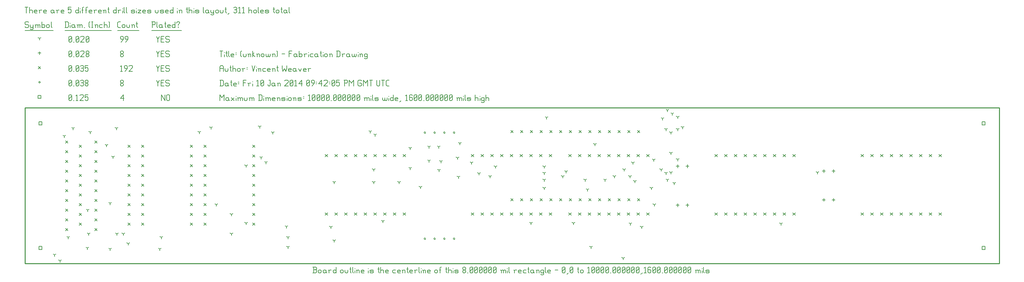
<source format=gbr>
G04 start of page 12 for group -3984 idx -3984 *
G04 Title: (unknown), fab *
G04 Creator: pcb 20110918 *
G04 CreationDate: Fri 10 Jan 2014 09:42:05 PM GMT UTC *
G04 For: vince *
G04 Format: Gerber/RS-274X *
G04 PCB-Dimensions: 1000000 160000 *
G04 PCB-Coordinate-Origin: lower left *
%MOIN*%
%FSLAX25Y25*%
%LNFAB*%
%ADD56C,0.0100*%
%ADD55C,0.0075*%
%ADD54C,0.0060*%
%ADD53C,0.0080*%
G54D53*X982400Y17600D02*X985600D01*
X982400D02*Y14400D01*
X985600D01*
Y17600D02*Y14400D01*
X982400Y145600D02*X985600D01*
X982400D02*Y142400D01*
X985600D01*
Y145600D02*Y142400D01*
X14400Y145600D02*X17600D01*
X14400D02*Y142400D01*
X17600D01*
Y145600D02*Y142400D01*
X14400Y17600D02*X17600D01*
X14400D02*Y14400D01*
X17600D01*
Y17600D02*Y14400D01*
X13400Y172850D02*X16600D01*
X13400D02*Y169650D01*
X16600D01*
Y172850D02*Y169650D01*
G54D54*X140000Y173500D02*Y167500D01*
Y173500D02*X143750Y167500D01*
Y173500D02*Y167500D01*
X145550Y172750D02*Y168250D01*
Y172750D02*X146300Y173500D01*
X147800D01*
X148550Y172750D01*
Y168250D01*
X147800Y167500D02*X148550Y168250D01*
X146300Y167500D02*X147800D01*
X145550Y168250D02*X146300Y167500D01*
X98000Y169750D02*X101000Y173500D01*
X98000Y169750D02*X101750D01*
X101000Y173500D02*Y167500D01*
X45000Y168250D02*X45750Y167500D01*
X45000Y172750D02*Y168250D01*
Y172750D02*X45750Y173500D01*
X47250D01*
X48000Y172750D01*
Y168250D01*
X47250Y167500D02*X48000Y168250D01*
X45750Y167500D02*X47250D01*
X45000Y169000D02*X48000Y172000D01*
X49800Y167500D02*X50550D01*
X52350Y172300D02*X53550Y173500D01*
Y167500D01*
X52350D02*X54600D01*
X56400Y172750D02*X57150Y173500D01*
X59400D01*
X60150Y172750D01*
Y171250D01*
X56400Y167500D02*X60150Y171250D01*
X56400Y167500D02*X60150D01*
X61950Y173500D02*X64950D01*
X61950D02*Y170500D01*
X62700Y171250D01*
X64200D01*
X64950Y170500D01*
Y168250D01*
X64200Y167500D02*X64950Y168250D01*
X62700Y167500D02*X64200D01*
X61950Y168250D02*X62700Y167500D01*
X409700Y134500D02*G75*G03X411300Y134500I800J0D01*G01*
G75*G03X409700Y134500I-800J0D01*G01*
X419700D02*G75*G03X421300Y134500I800J0D01*G01*
G75*G03X419700Y134500I-800J0D01*G01*
X429700D02*G75*G03X431300Y134500I800J0D01*G01*
G75*G03X429700Y134500I-800J0D01*G01*
X439700D02*G75*G03X441300Y134500I800J0D01*G01*
G75*G03X439700Y134500I-800J0D01*G01*
X409700Y25500D02*G75*G03X411300Y25500I800J0D01*G01*
G75*G03X409700Y25500I-800J0D01*G01*
X419700D02*G75*G03X421300Y25500I800J0D01*G01*
G75*G03X419700Y25500I-800J0D01*G01*
X429700D02*G75*G03X431300Y25500I800J0D01*G01*
G75*G03X429700Y25500I-800J0D01*G01*
X439700D02*G75*G03X441300Y25500I800J0D01*G01*
G75*G03X439700Y25500I-800J0D01*G01*
X14200Y186250D02*G75*G03X15800Y186250I800J0D01*G01*
G75*G03X14200Y186250I-800J0D01*G01*
X135000Y188500D02*X136500Y185500D01*
X138000Y188500D01*
X136500Y185500D02*Y182500D01*
X139800Y185800D02*X142050D01*
X139800Y182500D02*X142800D01*
X139800Y188500D02*Y182500D01*
Y188500D02*X142800D01*
X147600D02*X148350Y187750D01*
X145350Y188500D02*X147600D01*
X144600Y187750D02*X145350Y188500D01*
X144600Y187750D02*Y186250D01*
X145350Y185500D01*
X147600D01*
X148350Y184750D01*
Y183250D01*
X147600Y182500D02*X148350Y183250D01*
X145350Y182500D02*X147600D01*
X144600Y183250D02*X145350Y182500D01*
X98000Y183250D02*X98750Y182500D01*
X98000Y184450D02*Y183250D01*
Y184450D02*X99050Y185500D01*
X99950D01*
X101000Y184450D01*
Y183250D01*
X100250Y182500D02*X101000Y183250D01*
X98750Y182500D02*X100250D01*
X98000Y186550D02*X99050Y185500D01*
X98000Y187750D02*Y186550D01*
Y187750D02*X98750Y188500D01*
X100250D01*
X101000Y187750D01*
Y186550D01*
X99950Y185500D02*X101000Y186550D01*
X45000Y183250D02*X45750Y182500D01*
X45000Y187750D02*Y183250D01*
Y187750D02*X45750Y188500D01*
X47250D01*
X48000Y187750D01*
Y183250D01*
X47250Y182500D02*X48000Y183250D01*
X45750Y182500D02*X47250D01*
X45000Y184000D02*X48000Y187000D01*
X49800Y182500D02*X50550D01*
X52350Y183250D02*X53100Y182500D01*
X52350Y187750D02*Y183250D01*
Y187750D02*X53100Y188500D01*
X54600D01*
X55350Y187750D01*
Y183250D01*
X54600Y182500D02*X55350Y183250D01*
X53100Y182500D02*X54600D01*
X52350Y184000D02*X55350Y187000D01*
X57150Y187750D02*X57900Y188500D01*
X59400D01*
X60150Y187750D01*
X59400Y182500D02*X60150Y183250D01*
X57900Y182500D02*X59400D01*
X57150Y183250D02*X57900Y182500D01*
Y185800D02*X59400D01*
X60150Y187750D02*Y186550D01*
Y185050D02*Y183250D01*
Y185050D02*X59400Y185800D01*
X60150Y186550D02*X59400Y185800D01*
X61950Y183250D02*X62700Y182500D01*
X61950Y184450D02*Y183250D01*
Y184450D02*X63000Y185500D01*
X63900D01*
X64950Y184450D01*
Y183250D01*
X64200Y182500D02*X64950Y183250D01*
X62700Y182500D02*X64200D01*
X61950Y186550D02*X63000Y185500D01*
X61950Y187750D02*Y186550D01*
Y187750D02*X62700Y188500D01*
X64200D01*
X64950Y187750D01*
Y186550D01*
X63900Y185500D02*X64950Y186550D01*
X119800Y121700D02*X122200Y119300D01*
X119800D02*X122200Y121700D01*
X119800Y111700D02*X122200Y109300D01*
X119800D02*X122200Y111700D01*
X119800Y101700D02*X122200Y99300D01*
X119800D02*X122200Y101700D01*
X119800Y91700D02*X122200Y89300D01*
X119800D02*X122200Y91700D01*
X119800Y81700D02*X122200Y79300D01*
X119800D02*X122200Y81700D01*
X119800Y71700D02*X122200Y69300D01*
X119800D02*X122200Y71700D01*
X119800Y61700D02*X122200Y59300D01*
X119800D02*X122200Y61700D01*
X119800Y51700D02*X122200Y49300D01*
X119800D02*X122200Y51700D01*
X119800Y41700D02*X122200Y39300D01*
X119800D02*X122200Y41700D01*
X169800D02*X172200Y39300D01*
X169800D02*X172200Y41700D01*
X169800Y51700D02*X172200Y49300D01*
X169800D02*X172200Y51700D01*
X169800Y61700D02*X172200Y59300D01*
X169800D02*X172200Y61700D01*
X169800Y71700D02*X172200Y69300D01*
X169800D02*X172200Y71700D01*
X169800Y81700D02*X172200Y79300D01*
X169800D02*X172200Y81700D01*
X169800Y91700D02*X172200Y89300D01*
X169800D02*X172200Y91700D01*
X169800Y101700D02*X172200Y99300D01*
X169800D02*X172200Y101700D01*
X169800Y111700D02*X172200Y109300D01*
X169800D02*X172200Y111700D01*
X169800Y121700D02*X172200Y119300D01*
X169800D02*X172200Y121700D01*
X858300Y52200D02*X860700Y49800D01*
X858300D02*X860700Y52200D01*
X868300D02*X870700Y49800D01*
X868300D02*X870700Y52200D01*
X878300D02*X880700Y49800D01*
X878300D02*X880700Y52200D01*
X888300D02*X890700Y49800D01*
X888300D02*X890700Y52200D01*
X898300D02*X900700Y49800D01*
X898300D02*X900700Y52200D01*
X908300D02*X910700Y49800D01*
X908300D02*X910700Y52200D01*
X918300D02*X920700Y49800D01*
X918300D02*X920700Y52200D01*
X928300D02*X930700Y49800D01*
X928300D02*X930700Y52200D01*
X938300D02*X940700Y49800D01*
X938300D02*X940700Y52200D01*
X938300Y112200D02*X940700Y109800D01*
X938300D02*X940700Y112200D01*
X928300D02*X930700Y109800D01*
X928300D02*X930700Y112200D01*
X918300D02*X920700Y109800D01*
X918300D02*X920700Y112200D01*
X908300D02*X910700Y109800D01*
X908300D02*X910700Y112200D01*
X898300D02*X900700Y109800D01*
X898300D02*X900700Y112200D01*
X888300D02*X890700Y109800D01*
X888300D02*X890700Y112200D01*
X878300D02*X880700Y109800D01*
X878300D02*X880700Y112200D01*
X868300D02*X870700Y109800D01*
X868300D02*X870700Y112200D01*
X858300D02*X860700Y109800D01*
X858300D02*X860700Y112200D01*
X708300Y52200D02*X710700Y49800D01*
X708300D02*X710700Y52200D01*
X718300D02*X720700Y49800D01*
X718300D02*X720700Y52200D01*
X728300D02*X730700Y49800D01*
X728300D02*X730700Y52200D01*
X738300D02*X740700Y49800D01*
X738300D02*X740700Y52200D01*
X748300D02*X750700Y49800D01*
X748300D02*X750700Y52200D01*
X758300D02*X760700Y49800D01*
X758300D02*X760700Y52200D01*
X768300D02*X770700Y49800D01*
X768300D02*X770700Y52200D01*
X778300D02*X780700Y49800D01*
X778300D02*X780700Y52200D01*
X788300D02*X790700Y49800D01*
X788300D02*X790700Y52200D01*
X788300Y112200D02*X790700Y109800D01*
X788300D02*X790700Y112200D01*
X778300D02*X780700Y109800D01*
X778300D02*X780700Y112200D01*
X768300D02*X770700Y109800D01*
X768300D02*X770700Y112200D01*
X758300D02*X760700Y109800D01*
X758300D02*X760700Y112200D01*
X748300D02*X750700Y109800D01*
X748300D02*X750700Y112200D01*
X738300D02*X740700Y109800D01*
X738300D02*X740700Y112200D01*
X728300D02*X730700Y109800D01*
X728300D02*X730700Y112200D01*
X718300D02*X720700Y109800D01*
X718300D02*X720700Y112200D01*
X708300D02*X710700Y109800D01*
X708300D02*X710700Y112200D01*
X308300Y52200D02*X310700Y49800D01*
X308300D02*X310700Y52200D01*
X318300D02*X320700Y49800D01*
X318300D02*X320700Y52200D01*
X328300D02*X330700Y49800D01*
X328300D02*X330700Y52200D01*
X338300D02*X340700Y49800D01*
X338300D02*X340700Y52200D01*
X348300D02*X350700Y49800D01*
X348300D02*X350700Y52200D01*
X358300D02*X360700Y49800D01*
X358300D02*X360700Y52200D01*
X368300D02*X370700Y49800D01*
X368300D02*X370700Y52200D01*
X378300D02*X380700Y49800D01*
X378300D02*X380700Y52200D01*
X388300D02*X390700Y49800D01*
X388300D02*X390700Y52200D01*
X388300Y112200D02*X390700Y109800D01*
X388300D02*X390700Y112200D01*
X378300D02*X380700Y109800D01*
X378300D02*X380700Y112200D01*
X368300D02*X370700Y109800D01*
X368300D02*X370700Y112200D01*
X358300D02*X360700Y109800D01*
X358300D02*X360700Y112200D01*
X348300D02*X350700Y109800D01*
X348300D02*X350700Y112200D01*
X338300D02*X340700Y109800D01*
X338300D02*X340700Y112200D01*
X328300D02*X330700Y109800D01*
X328300D02*X330700Y112200D01*
X318300D02*X320700Y109800D01*
X318300D02*X320700Y112200D01*
X308300D02*X310700Y109800D01*
X308300D02*X310700Y112200D01*
X183800Y121700D02*X186200Y119300D01*
X183800D02*X186200Y121700D01*
X183800Y111700D02*X186200Y109300D01*
X183800D02*X186200Y111700D01*
X183800Y101700D02*X186200Y99300D01*
X183800D02*X186200Y101700D01*
X183800Y91700D02*X186200Y89300D01*
X183800D02*X186200Y91700D01*
X183800Y81700D02*X186200Y79300D01*
X183800D02*X186200Y81700D01*
X183800Y71700D02*X186200Y69300D01*
X183800D02*X186200Y71700D01*
X183800Y61700D02*X186200Y59300D01*
X183800D02*X186200Y61700D01*
X183800Y51700D02*X186200Y49300D01*
X183800D02*X186200Y51700D01*
X183800Y41700D02*X186200Y39300D01*
X183800D02*X186200Y41700D01*
X233800D02*X236200Y39300D01*
X233800D02*X236200Y41700D01*
X233800Y51700D02*X236200Y49300D01*
X233800D02*X236200Y51700D01*
X233800Y61700D02*X236200Y59300D01*
X233800D02*X236200Y61700D01*
X233800Y71700D02*X236200Y69300D01*
X233800D02*X236200Y71700D01*
X233800Y81700D02*X236200Y79300D01*
X233800D02*X236200Y81700D01*
X233800Y91700D02*X236200Y89300D01*
X233800D02*X236200Y91700D01*
X233800Y101700D02*X236200Y99300D01*
X233800D02*X236200Y101700D01*
X233800Y111700D02*X236200Y109300D01*
X233800D02*X236200Y111700D01*
X233800Y121700D02*X236200Y119300D01*
X233800D02*X236200Y121700D01*
X55800D02*X58200Y119300D01*
X55800D02*X58200Y121700D01*
X55800Y111700D02*X58200Y109300D01*
X55800D02*X58200Y111700D01*
X55800Y101700D02*X58200Y99300D01*
X55800D02*X58200Y101700D01*
X55800Y91700D02*X58200Y89300D01*
X55800D02*X58200Y91700D01*
X55800Y81700D02*X58200Y79300D01*
X55800D02*X58200Y81700D01*
X55800Y71700D02*X58200Y69300D01*
X55800D02*X58200Y71700D01*
X55800Y61700D02*X58200Y59300D01*
X55800D02*X58200Y61700D01*
X55800Y51700D02*X58200Y49300D01*
X55800D02*X58200Y51700D01*
X55800Y41700D02*X58200Y39300D01*
X55800D02*X58200Y41700D01*
X105800D02*X108200Y39300D01*
X105800D02*X108200Y41700D01*
X105800Y51700D02*X108200Y49300D01*
X105800D02*X108200Y51700D01*
X105800Y61700D02*X108200Y59300D01*
X105800D02*X108200Y61700D01*
X105800Y71700D02*X108200Y69300D01*
X105800D02*X108200Y71700D01*
X105800Y81700D02*X108200Y79300D01*
X105800D02*X108200Y81700D01*
X105800Y91700D02*X108200Y89300D01*
X105800D02*X108200Y91700D01*
X105800Y101700D02*X108200Y99300D01*
X105800D02*X108200Y101700D01*
X105800Y111700D02*X108200Y109300D01*
X105800D02*X108200Y111700D01*
X105800Y121700D02*X108200Y119300D01*
X105800D02*X108200Y121700D01*
X498800Y136700D02*X501200Y134300D01*
X498800D02*X501200Y136700D01*
X508800D02*X511200Y134300D01*
X508800D02*X511200Y136700D01*
X518800D02*X521200Y134300D01*
X518800D02*X521200Y136700D01*
X528800D02*X531200Y134300D01*
X528800D02*X531200Y136700D01*
X538800D02*X541200Y134300D01*
X538800D02*X541200Y136700D01*
X548800D02*X551200Y134300D01*
X548800D02*X551200Y136700D01*
X558800D02*X561200Y134300D01*
X558800D02*X561200Y136700D01*
X568800D02*X571200Y134300D01*
X568800D02*X571200Y136700D01*
X578800D02*X581200Y134300D01*
X578800D02*X581200Y136700D01*
X588800D02*X591200Y134300D01*
X588800D02*X591200Y136700D01*
X598800D02*X601200Y134300D01*
X598800D02*X601200Y136700D01*
X608800D02*X611200Y134300D01*
X608800D02*X611200Y136700D01*
X618800D02*X621200Y134300D01*
X618800D02*X621200Y136700D01*
X628800D02*X631200Y134300D01*
X628800D02*X631200Y136700D01*
X628800Y66700D02*X631200Y64300D01*
X628800D02*X631200Y66700D01*
X618800D02*X621200Y64300D01*
X618800D02*X621200Y66700D01*
X608800D02*X611200Y64300D01*
X608800D02*X611200Y66700D01*
X598800D02*X601200Y64300D01*
X598800D02*X601200Y66700D01*
X588800D02*X591200Y64300D01*
X588800D02*X591200Y66700D01*
X578800D02*X581200Y64300D01*
X578800D02*X581200Y66700D01*
X568800D02*X571200Y64300D01*
X568800D02*X571200Y66700D01*
X558800D02*X561200Y64300D01*
X558800D02*X561200Y66700D01*
X548800D02*X551200Y64300D01*
X548800D02*X551200Y66700D01*
X538800D02*X541200Y64300D01*
X538800D02*X541200Y66700D01*
X528800D02*X531200Y64300D01*
X528800D02*X531200Y66700D01*
X518800D02*X521200Y64300D01*
X518800D02*X521200Y66700D01*
X508800D02*X511200Y64300D01*
X508800D02*X511200Y66700D01*
X498800D02*X501200Y64300D01*
X498800D02*X501200Y66700D01*
X558300Y52200D02*X560700Y49800D01*
X558300D02*X560700Y52200D01*
X568300D02*X570700Y49800D01*
X568300D02*X570700Y52200D01*
X578300D02*X580700Y49800D01*
X578300D02*X580700Y52200D01*
X588300D02*X590700Y49800D01*
X588300D02*X590700Y52200D01*
X598300D02*X600700Y49800D01*
X598300D02*X600700Y52200D01*
X608300D02*X610700Y49800D01*
X608300D02*X610700Y52200D01*
X618300D02*X620700Y49800D01*
X618300D02*X620700Y52200D01*
X628300D02*X630700Y49800D01*
X628300D02*X630700Y52200D01*
X638300D02*X640700Y49800D01*
X638300D02*X640700Y52200D01*
X638300Y112200D02*X640700Y109800D01*
X638300D02*X640700Y112200D01*
X628300D02*X630700Y109800D01*
X628300D02*X630700Y112200D01*
X618300D02*X620700Y109800D01*
X618300D02*X620700Y112200D01*
X608300D02*X610700Y109800D01*
X608300D02*X610700Y112200D01*
X598300D02*X600700Y109800D01*
X598300D02*X600700Y112200D01*
X588300D02*X590700Y109800D01*
X588300D02*X590700Y112200D01*
X578300D02*X580700Y109800D01*
X578300D02*X580700Y112200D01*
X568300D02*X570700Y109800D01*
X568300D02*X570700Y112200D01*
X558300D02*X560700Y109800D01*
X558300D02*X560700Y112200D01*
X41800Y36200D02*X44200Y33800D01*
X41800D02*X44200Y36200D01*
X41800Y46200D02*X44200Y43800D01*
X41800D02*X44200Y46200D01*
X41800Y56200D02*X44200Y53800D01*
X41800D02*X44200Y56200D01*
X41800Y66200D02*X44200Y63800D01*
X41800D02*X44200Y66200D01*
X41800Y76200D02*X44200Y73800D01*
X41800D02*X44200Y76200D01*
X41800Y86200D02*X44200Y83800D01*
X41800D02*X44200Y86200D01*
X41800Y96200D02*X44200Y93800D01*
X41800D02*X44200Y96200D01*
X41800Y106200D02*X44200Y103800D01*
X41800D02*X44200Y106200D01*
X41800Y116200D02*X44200Y113800D01*
X41800D02*X44200Y116200D01*
X41800Y126200D02*X44200Y123800D01*
X41800D02*X44200Y126200D01*
X71800D02*X74200Y123800D01*
X71800D02*X74200Y126200D01*
X71800Y116200D02*X74200Y113800D01*
X71800D02*X74200Y116200D01*
X71800Y106200D02*X74200Y103800D01*
X71800D02*X74200Y106200D01*
X71800Y96200D02*X74200Y93800D01*
X71800D02*X74200Y96200D01*
X71800Y86200D02*X74200Y83800D01*
X71800D02*X74200Y86200D01*
X71800Y76200D02*X74200Y73800D01*
X71800D02*X74200Y76200D01*
X71800Y66200D02*X74200Y63800D01*
X71800D02*X74200Y66200D01*
X71800Y56200D02*X74200Y53800D01*
X71800D02*X74200Y56200D01*
X71800Y46200D02*X74200Y43800D01*
X71800D02*X74200Y46200D01*
X71800Y36200D02*X74200Y33800D01*
X71800D02*X74200Y36200D01*
X458300Y52200D02*X460700Y49800D01*
X458300D02*X460700Y52200D01*
X468300D02*X470700Y49800D01*
X468300D02*X470700Y52200D01*
X478300D02*X480700Y49800D01*
X478300D02*X480700Y52200D01*
X488300D02*X490700Y49800D01*
X488300D02*X490700Y52200D01*
X498300D02*X500700Y49800D01*
X498300D02*X500700Y52200D01*
X508300D02*X510700Y49800D01*
X508300D02*X510700Y52200D01*
X518300D02*X520700Y49800D01*
X518300D02*X520700Y52200D01*
X528300D02*X530700Y49800D01*
X528300D02*X530700Y52200D01*
X538300D02*X540700Y49800D01*
X538300D02*X540700Y52200D01*
X538300Y112200D02*X540700Y109800D01*
X538300D02*X540700Y112200D01*
X528300D02*X530700Y109800D01*
X528300D02*X530700Y112200D01*
X518300D02*X520700Y109800D01*
X518300D02*X520700Y112200D01*
X508300D02*X510700Y109800D01*
X508300D02*X510700Y112200D01*
X498300D02*X500700Y109800D01*
X498300D02*X500700Y112200D01*
X488300D02*X490700Y109800D01*
X488300D02*X490700Y112200D01*
X478300D02*X480700Y109800D01*
X478300D02*X480700Y112200D01*
X468300D02*X470700Y109800D01*
X468300D02*X470700Y112200D01*
X458300D02*X460700Y109800D01*
X458300D02*X460700Y112200D01*
X13800Y202450D02*X16200Y200050D01*
X13800D02*X16200Y202450D01*
X135000Y203500D02*X136500Y200500D01*
X138000Y203500D01*
X136500Y200500D02*Y197500D01*
X139800Y200800D02*X142050D01*
X139800Y197500D02*X142800D01*
X139800Y203500D02*Y197500D01*
Y203500D02*X142800D01*
X147600D02*X148350Y202750D01*
X145350Y203500D02*X147600D01*
X144600Y202750D02*X145350Y203500D01*
X144600Y202750D02*Y201250D01*
X145350Y200500D01*
X147600D01*
X148350Y199750D01*
Y198250D01*
X147600Y197500D02*X148350Y198250D01*
X145350Y197500D02*X147600D01*
X144600Y198250D02*X145350Y197500D01*
X98000Y202300D02*X99200Y203500D01*
Y197500D01*
X98000D02*X100250D01*
X102800D02*X105050Y200500D01*
Y202750D02*Y200500D01*
X104300Y203500D02*X105050Y202750D01*
X102800Y203500D02*X104300D01*
X102050Y202750D02*X102800Y203500D01*
X102050Y202750D02*Y201250D01*
X102800Y200500D01*
X105050D01*
X106850Y202750D02*X107600Y203500D01*
X109850D01*
X110600Y202750D01*
Y201250D01*
X106850Y197500D02*X110600Y201250D01*
X106850Y197500D02*X110600D01*
X45000Y198250D02*X45750Y197500D01*
X45000Y202750D02*Y198250D01*
Y202750D02*X45750Y203500D01*
X47250D01*
X48000Y202750D01*
Y198250D01*
X47250Y197500D02*X48000Y198250D01*
X45750Y197500D02*X47250D01*
X45000Y199000D02*X48000Y202000D01*
X49800Y197500D02*X50550D01*
X52350Y198250D02*X53100Y197500D01*
X52350Y202750D02*Y198250D01*
Y202750D02*X53100Y203500D01*
X54600D01*
X55350Y202750D01*
Y198250D01*
X54600Y197500D02*X55350Y198250D01*
X53100Y197500D02*X54600D01*
X52350Y199000D02*X55350Y202000D01*
X57150Y202750D02*X57900Y203500D01*
X59400D01*
X60150Y202750D01*
X59400Y197500D02*X60150Y198250D01*
X57900Y197500D02*X59400D01*
X57150Y198250D02*X57900Y197500D01*
Y200800D02*X59400D01*
X60150Y202750D02*Y201550D01*
Y200050D02*Y198250D01*
Y200050D02*X59400Y200800D01*
X60150Y201550D02*X59400Y200800D01*
X61950Y203500D02*X64950D01*
X61950D02*Y200500D01*
X62700Y201250D01*
X64200D01*
X64950Y200500D01*
Y198250D01*
X64200Y197500D02*X64950Y198250D01*
X62700Y197500D02*X64200D01*
X61950Y198250D02*X62700Y197500D01*
X830000Y67100D02*Y63900D01*
X828400Y65500D02*X831600D01*
X820000Y67100D02*Y63900D01*
X818400Y65500D02*X821600D01*
X680000Y101600D02*Y98400D01*
X678400Y100000D02*X681600D01*
X670000Y101600D02*Y98400D01*
X668400Y100000D02*X671600D01*
X830000Y96600D02*Y93400D01*
X828400Y95000D02*X831600D01*
X820000Y96600D02*Y93400D01*
X818400Y95000D02*X821600D01*
X680000Y61600D02*Y58400D01*
X678400Y60000D02*X681600D01*
X670000Y61600D02*Y58400D01*
X668400Y60000D02*X671600D01*
X15000Y217850D02*Y214650D01*
X13400Y216250D02*X16600D01*
X135000Y218500D02*X136500Y215500D01*
X138000Y218500D01*
X136500Y215500D02*Y212500D01*
X139800Y215800D02*X142050D01*
X139800Y212500D02*X142800D01*
X139800Y218500D02*Y212500D01*
Y218500D02*X142800D01*
X147600D02*X148350Y217750D01*
X145350Y218500D02*X147600D01*
X144600Y217750D02*X145350Y218500D01*
X144600Y217750D02*Y216250D01*
X145350Y215500D01*
X147600D01*
X148350Y214750D01*
Y213250D01*
X147600Y212500D02*X148350Y213250D01*
X145350Y212500D02*X147600D01*
X144600Y213250D02*X145350Y212500D01*
X98000Y213250D02*X98750Y212500D01*
X98000Y214450D02*Y213250D01*
Y214450D02*X99050Y215500D01*
X99950D01*
X101000Y214450D01*
Y213250D01*
X100250Y212500D02*X101000Y213250D01*
X98750Y212500D02*X100250D01*
X98000Y216550D02*X99050Y215500D01*
X98000Y217750D02*Y216550D01*
Y217750D02*X98750Y218500D01*
X100250D01*
X101000Y217750D01*
Y216550D01*
X99950Y215500D02*X101000Y216550D01*
X45000Y213250D02*X45750Y212500D01*
X45000Y217750D02*Y213250D01*
Y217750D02*X45750Y218500D01*
X47250D01*
X48000Y217750D01*
Y213250D01*
X47250Y212500D02*X48000Y213250D01*
X45750Y212500D02*X47250D01*
X45000Y214000D02*X48000Y217000D01*
X49800Y212500D02*X50550D01*
X52350Y213250D02*X53100Y212500D01*
X52350Y217750D02*Y213250D01*
Y217750D02*X53100Y218500D01*
X54600D01*
X55350Y217750D01*
Y213250D01*
X54600Y212500D02*X55350Y213250D01*
X53100Y212500D02*X54600D01*
X52350Y214000D02*X55350Y217000D01*
X57150Y217750D02*X57900Y218500D01*
X60150D01*
X60900Y217750D01*
Y216250D01*
X57150Y212500D02*X60900Y216250D01*
X57150Y212500D02*X60900D01*
X62700Y213250D02*X63450Y212500D01*
X62700Y214450D02*Y213250D01*
Y214450D02*X63750Y215500D01*
X64650D01*
X65700Y214450D01*
Y213250D01*
X64950Y212500D02*X65700Y213250D01*
X63450Y212500D02*X64950D01*
X62700Y216550D02*X63750Y215500D01*
X62700Y217750D02*Y216550D01*
Y217750D02*X63450Y218500D01*
X64950D01*
X65700Y217750D01*
Y216550D01*
X64650Y215500D02*X65700Y216550D01*
X44500Y27000D02*Y25400D01*
Y27000D02*X45887Y27800D01*
X44500Y27000D02*X43113Y27800D01*
X575000Y86000D02*Y84400D01*
Y86000D02*X576387Y86800D01*
X575000Y86000D02*X573613Y86800D01*
X533000Y86000D02*Y84400D01*
Y86000D02*X534387Y86800D01*
X533000Y86000D02*X531613Y86800D01*
X458500Y103500D02*Y101900D01*
Y103500D02*X459887Y104300D01*
X458500Y103500D02*X457113Y104300D01*
X427000Y105000D02*Y103400D01*
Y105000D02*X428387Y105800D01*
X427000Y105000D02*X425613Y105800D01*
X247500Y104000D02*Y102400D01*
Y104000D02*X248887Y104800D01*
X247500Y104000D02*X246113Y104800D01*
X241000Y140750D02*Y139150D01*
Y140750D02*X242387Y141550D01*
X241000Y140750D02*X239613Y141550D01*
X555500Y94500D02*Y92900D01*
Y94500D02*X556887Y95300D01*
X555500Y94500D02*X554113Y95300D01*
X477500Y89500D02*Y87900D01*
Y89500D02*X478887Y90300D01*
X477500Y89500D02*X476113Y90300D01*
X445000Y89000D02*Y87400D01*
Y89000D02*X446387Y89800D01*
X445000Y89000D02*X443613Y89800D01*
X367500Y43500D02*Y41900D01*
Y43500D02*X368887Y44300D01*
X367500Y43500D02*X366113Y44300D01*
X615000Y96500D02*Y94900D01*
Y96500D02*X616387Y97300D01*
X615000Y96500D02*X613613Y97300D01*
X663000Y93500D02*Y91900D01*
Y93500D02*X664387Y94300D01*
X663000Y93500D02*X661613Y94300D01*
X813500Y93500D02*Y91900D01*
Y93500D02*X814887Y94300D01*
X813500Y93500D02*X812113Y94300D01*
X138500Y15000D02*Y13400D01*
Y15000D02*X139887Y15800D01*
X138500Y15000D02*X137113Y15800D01*
X87500Y15000D02*Y13400D01*
Y15000D02*X88887Y15800D01*
X87500Y15000D02*X86113Y15800D01*
X87500Y62000D02*Y60400D01*
Y62000D02*X88887Y62800D01*
X87500Y62000D02*X86113Y62800D01*
X424750Y120000D02*Y118400D01*
Y120000D02*X426137Y120800D01*
X424750Y120000D02*X423363Y120800D01*
X414750Y120000D02*Y118400D01*
Y120000D02*X416137Y120800D01*
X414750Y120000D02*X413363Y120800D01*
X395500Y118500D02*Y116900D01*
Y118500D02*X396887Y119300D01*
X395500Y118500D02*X394113Y119300D01*
X395500Y98000D02*Y96400D01*
Y98000D02*X396887Y98800D01*
X395500Y98000D02*X394113Y98800D01*
X358000Y96500D02*Y94900D01*
Y96500D02*X359387Y97300D01*
X358000Y96500D02*X356613Y97300D01*
X314000Y37500D02*Y35900D01*
Y37500D02*X315387Y38300D01*
X314000Y37500D02*X312613Y38300D01*
X106000Y20500D02*Y18900D01*
Y20500D02*X107387Y21300D01*
X106000Y20500D02*X104613Y21300D01*
X552000Y89500D02*Y87900D01*
Y89500D02*X553387Y90300D01*
X552000Y89500D02*X550613Y90300D01*
X605000Y89500D02*Y87900D01*
Y89500D02*X606387Y90300D01*
X605000Y89500D02*X603613Y90300D01*
X254500Y134500D02*Y132900D01*
Y134500D02*X255887Y135300D01*
X254500Y134500D02*X253113Y135300D01*
X535500Y150000D02*Y148400D01*
Y150000D02*X536887Y150800D01*
X535500Y150000D02*X534113Y150800D01*
X585000Y122500D02*Y120900D01*
Y122500D02*X586387Y123300D01*
X585000Y122500D02*X583613Y123300D01*
X666500Y82500D02*Y80900D01*
Y82500D02*X667887Y83300D01*
X666500Y82500D02*X665113Y83300D01*
X40500Y131000D02*Y129400D01*
Y131000D02*X41887Y131800D01*
X40500Y131000D02*X39113Y131800D01*
X359500Y132250D02*Y130650D01*
Y132250D02*X360887Y133050D01*
X359500Y132250D02*X358113Y133050D01*
X446500Y123500D02*Y121900D01*
Y123500D02*X447887Y124300D01*
X446500Y123500D02*X445113Y124300D01*
X444000Y108500D02*Y106900D01*
Y108500D02*X445387Y109300D01*
X444000Y108500D02*X442613Y109300D01*
X483000Y99500D02*Y97900D01*
Y99500D02*X484387Y100300D01*
X483000Y99500D02*X481613Y100300D01*
X533000Y99500D02*Y97900D01*
Y99500D02*X534387Y100300D01*
X533000Y99500D02*X531613Y100300D01*
X626000Y84500D02*Y82900D01*
Y84500D02*X627387Y85300D01*
X626000Y84500D02*X624613Y85300D01*
X659500Y86000D02*Y84400D01*
Y86000D02*X660887Y86800D01*
X659500Y86000D02*X658113Y86800D01*
X675000Y140000D02*Y138400D01*
Y140000D02*X676387Y140800D01*
X675000Y140000D02*X673613Y140800D01*
X664500Y154000D02*Y152400D01*
Y154000D02*X665887Y154800D01*
X664500Y154000D02*X663113Y154800D01*
X191000Y139750D02*Y138150D01*
Y139750D02*X192387Y140550D01*
X191000Y139750D02*X189613Y140550D01*
X196500Y60500D02*Y58900D01*
Y60500D02*X197887Y61300D01*
X196500Y60500D02*X195113Y61300D01*
X614000Y5500D02*Y3900D01*
Y5500D02*X615387Y6300D01*
X614000Y5500D02*X612613Y6300D01*
X65500Y30500D02*Y28900D01*
Y30500D02*X66887Y31300D01*
X65500Y30500D02*X64113Y31300D01*
X94500Y30500D02*Y28900D01*
Y30500D02*X95887Y31300D01*
X94500Y30500D02*X93113Y31300D01*
X646000Y60500D02*Y58900D01*
Y60500D02*X647387Y61300D01*
X646000Y60500D02*X644613Y61300D01*
X354500Y135750D02*Y134150D01*
Y135750D02*X355887Y136550D01*
X354500Y135750D02*X353113Y136550D01*
X384000Y83500D02*Y81900D01*
Y83500D02*X385387Y84300D01*
X384000Y83500D02*X382613Y84300D01*
X358000Y83500D02*Y81900D01*
Y83500D02*X359387Y84300D01*
X358000Y83500D02*X356613Y84300D01*
X317500Y83500D02*Y81900D01*
Y83500D02*X318887Y84300D01*
X317500Y83500D02*X316113Y84300D01*
X101000Y30500D02*Y28900D01*
Y30500D02*X102387Y31300D01*
X101000Y30500D02*X99613Y31300D01*
X633000Y37500D02*Y35900D01*
Y37500D02*X634387Y38300D01*
X633000Y37500D02*X631613Y38300D01*
X595500Y86000D02*Y84400D01*
Y86000D02*X596887Y86800D01*
X595500Y86000D02*X594113Y86800D01*
X624000Y103500D02*Y101900D01*
Y103500D02*X625387Y104300D01*
X624000Y103500D02*X622613Y104300D01*
X90500Y109500D02*Y107900D01*
Y109500D02*X91887Y110300D01*
X90500Y109500D02*X89113Y110300D01*
X581000Y17000D02*Y15400D01*
Y17000D02*X582387Y17800D01*
X581000Y17000D02*X579613Y17800D01*
X270000Y17000D02*Y15400D01*
Y17000D02*X271387Y17800D01*
X270000Y17000D02*X268613Y17800D01*
X270000Y27000D02*Y25400D01*
Y27000D02*X271387Y27800D01*
X270000Y27000D02*X268613Y27800D01*
X268500Y38000D02*Y36400D01*
Y38000D02*X269887Y38800D01*
X268500Y38000D02*X267113Y38800D01*
X621500Y41000D02*Y39400D01*
Y41000D02*X622887Y41800D01*
X621500Y41000D02*X620113Y41800D01*
X776000Y41000D02*Y39400D01*
Y41000D02*X777387Y41800D01*
X776000Y41000D02*X774613Y41800D01*
X49500Y139000D02*Y137400D01*
Y139000D02*X50887Y139800D01*
X49500Y139000D02*X48113Y139800D01*
X94000Y139000D02*Y137400D01*
Y139000D02*X95387Y139800D01*
X94000Y139000D02*X92613Y139800D01*
X67000Y135000D02*Y133400D01*
Y135000D02*X68387Y135800D01*
X67000Y135000D02*X65613Y135800D01*
X179000Y135000D02*Y133400D01*
Y135000D02*X180387Y135800D01*
X179000Y135000D02*X177613Y135800D01*
X663000Y113500D02*Y111900D01*
Y113500D02*X664387Y114300D01*
X663000Y113500D02*X661613Y114300D01*
X663000Y134500D02*Y132900D01*
Y134500D02*X664387Y135300D01*
X663000Y134500D02*X661613Y135300D01*
X317500Y23500D02*Y21900D01*
Y23500D02*X318887Y24300D01*
X317500Y23500D02*X316113Y24300D01*
X227000Y41500D02*Y39900D01*
Y41500D02*X228387Y42300D01*
X227000Y41500D02*X225613Y42300D01*
X227000Y100500D02*Y98900D01*
Y100500D02*X228387Y101300D01*
X227000Y100500D02*X225613Y101300D01*
X653000Y96500D02*Y94900D01*
Y96500D02*X654387Y97300D01*
X653000Y96500D02*X651613Y97300D01*
X621000Y89500D02*Y87900D01*
Y89500D02*X622387Y90300D01*
X621000Y89500D02*X619613Y90300D01*
X658000Y93000D02*Y91400D01*
Y93000D02*X659387Y93800D01*
X658000Y93000D02*X656613Y93800D01*
X658000Y138000D02*Y136400D01*
Y138000D02*X659387Y138800D01*
X658000Y138000D02*X656613Y138800D01*
X659500Y157500D02*Y155900D01*
Y157500D02*X660887Y158300D01*
X659500Y157500D02*X658113Y158300D01*
X563000Y41500D02*Y39900D01*
Y41500D02*X564387Y42300D01*
X563000Y41500D02*X561613Y42300D01*
X519500Y41500D02*Y39900D01*
Y41500D02*X520887Y42300D01*
X519500Y41500D02*X518113Y42300D01*
X533000Y77500D02*Y75900D01*
Y77500D02*X534387Y78300D01*
X533000Y77500D02*X531613Y78300D01*
X577500Y76000D02*Y74400D01*
Y76000D02*X578887Y76800D01*
X577500Y76000D02*X576113Y76800D01*
X212000Y50500D02*Y48900D01*
Y50500D02*X213387Y51300D01*
X212000Y50500D02*X210613Y51300D01*
X212000Y30500D02*Y28900D01*
Y30500D02*X213387Y31300D01*
X212000Y30500D02*X210613Y31300D01*
X140000Y27000D02*Y25400D01*
Y27000D02*X141387Y27800D01*
X140000Y27000D02*X138613Y27800D01*
X425000Y96000D02*Y94400D01*
Y96000D02*X426387Y96800D01*
X425000Y96000D02*X423613Y96800D01*
X242500Y109000D02*Y107400D01*
Y109000D02*X243887Y109800D01*
X242500Y109000D02*X241113Y109800D01*
X64500Y55000D02*Y53400D01*
Y55000D02*X65887Y55800D01*
X64500Y55000D02*X63113Y55800D01*
X466000Y92500D02*Y90900D01*
Y92500D02*X467387Y93300D01*
X466000Y92500D02*X464613Y93300D01*
X406000Y78500D02*Y76900D01*
Y78500D02*X407387Y79300D01*
X406000Y78500D02*X404613Y79300D01*
X83750Y121500D02*Y119900D01*
Y121500D02*X85137Y122300D01*
X83750Y121500D02*X82363Y122300D01*
X654500Y149000D02*Y147400D01*
Y149000D02*X655887Y149800D01*
X654500Y149000D02*X653113Y149800D01*
X670000Y150500D02*Y148900D01*
Y150500D02*X671387Y151300D01*
X670000Y150500D02*X668613Y151300D01*
X670000Y138000D02*Y136400D01*
Y138000D02*X671387Y138800D01*
X670000Y138000D02*X668613Y138800D01*
X670000Y107000D02*Y105400D01*
Y107000D02*X671387Y107800D01*
X670000Y107000D02*X668613Y107800D01*
X645500Y106500D02*Y104900D01*
Y106500D02*X646887Y107300D01*
X645500Y106500D02*X644113Y107300D01*
X643000Y77500D02*Y75900D01*
Y77500D02*X644387Y78300D01*
X643000Y77500D02*X641613Y78300D01*
X414750Y105750D02*Y104150D01*
Y105750D02*X416137Y106550D01*
X414750Y105750D02*X413363Y106550D01*
X533000Y93000D02*Y91400D01*
Y93000D02*X534387Y93800D01*
X533000Y93000D02*X531613Y93800D01*
X36000Y3000D02*Y1400D01*
Y3000D02*X37387Y3800D01*
X36000Y3000D02*X34613Y3800D01*
X64250Y16000D02*Y14400D01*
Y16000D02*X65637Y16800D01*
X64250Y16000D02*X62863Y16800D01*
X30500Y9000D02*Y7400D01*
Y9000D02*X31887Y9800D01*
X30500Y9000D02*X29113Y9800D01*
X15000Y231250D02*Y229650D01*
Y231250D02*X16387Y232050D01*
X15000Y231250D02*X13613Y232050D01*
X135000Y233500D02*X136500Y230500D01*
X138000Y233500D01*
X136500Y230500D02*Y227500D01*
X139800Y230800D02*X142050D01*
X139800Y227500D02*X142800D01*
X139800Y233500D02*Y227500D01*
Y233500D02*X142800D01*
X147600D02*X148350Y232750D01*
X145350Y233500D02*X147600D01*
X144600Y232750D02*X145350Y233500D01*
X144600Y232750D02*Y231250D01*
X145350Y230500D01*
X147600D01*
X148350Y229750D01*
Y228250D01*
X147600Y227500D02*X148350Y228250D01*
X145350Y227500D02*X147600D01*
X144600Y228250D02*X145350Y227500D01*
X98750D02*X101000Y230500D01*
Y232750D02*Y230500D01*
X100250Y233500D02*X101000Y232750D01*
X98750Y233500D02*X100250D01*
X98000Y232750D02*X98750Y233500D01*
X98000Y232750D02*Y231250D01*
X98750Y230500D01*
X101000D01*
X103550Y227500D02*X105800Y230500D01*
Y232750D02*Y230500D01*
X105050Y233500D02*X105800Y232750D01*
X103550Y233500D02*X105050D01*
X102800Y232750D02*X103550Y233500D01*
X102800Y232750D02*Y231250D01*
X103550Y230500D01*
X105800D01*
X45000Y228250D02*X45750Y227500D01*
X45000Y232750D02*Y228250D01*
Y232750D02*X45750Y233500D01*
X47250D01*
X48000Y232750D01*
Y228250D01*
X47250Y227500D02*X48000Y228250D01*
X45750Y227500D02*X47250D01*
X45000Y229000D02*X48000Y232000D01*
X49800Y227500D02*X50550D01*
X52350Y228250D02*X53100Y227500D01*
X52350Y232750D02*Y228250D01*
Y232750D02*X53100Y233500D01*
X54600D01*
X55350Y232750D01*
Y228250D01*
X54600Y227500D02*X55350Y228250D01*
X53100Y227500D02*X54600D01*
X52350Y229000D02*X55350Y232000D01*
X57150Y232750D02*X57900Y233500D01*
X60150D01*
X60900Y232750D01*
Y231250D01*
X57150Y227500D02*X60900Y231250D01*
X57150Y227500D02*X60900D01*
X62700Y228250D02*X63450Y227500D01*
X62700Y232750D02*Y228250D01*
Y232750D02*X63450Y233500D01*
X64950D01*
X65700Y232750D01*
Y228250D01*
X64950Y227500D02*X65700Y228250D01*
X63450Y227500D02*X64950D01*
X62700Y229000D02*X65700Y232000D01*
X3000Y248500D02*X3750Y247750D01*
X750Y248500D02*X3000D01*
X0Y247750D02*X750Y248500D01*
X0Y247750D02*Y246250D01*
X750Y245500D01*
X3000D01*
X3750Y244750D01*
Y243250D01*
X3000Y242500D02*X3750Y243250D01*
X750Y242500D02*X3000D01*
X0Y243250D02*X750Y242500D01*
X5550Y245500D02*Y243250D01*
X6300Y242500D01*
X8550Y245500D02*Y241000D01*
X7800Y240250D02*X8550Y241000D01*
X6300Y240250D02*X7800D01*
X5550Y241000D02*X6300Y240250D01*
Y242500D02*X7800D01*
X8550Y243250D01*
X11100Y244750D02*Y242500D01*
Y244750D02*X11850Y245500D01*
X12600D01*
X13350Y244750D01*
Y242500D01*
Y244750D02*X14100Y245500D01*
X14850D01*
X15600Y244750D01*
Y242500D01*
X10350Y245500D02*X11100Y244750D01*
X17400Y248500D02*Y242500D01*
Y243250D02*X18150Y242500D01*
X19650D01*
X20400Y243250D01*
Y244750D02*Y243250D01*
X19650Y245500D02*X20400Y244750D01*
X18150Y245500D02*X19650D01*
X17400Y244750D02*X18150Y245500D01*
X22200Y244750D02*Y243250D01*
Y244750D02*X22950Y245500D01*
X24450D01*
X25200Y244750D01*
Y243250D01*
X24450Y242500D02*X25200Y243250D01*
X22950Y242500D02*X24450D01*
X22200Y243250D02*X22950Y242500D01*
X27000Y248500D02*Y243250D01*
X27750Y242500D01*
X0Y239250D02*X29250D01*
X41750Y248500D02*Y242500D01*
X43700Y248500D02*X44750Y247450D01*
Y243550D01*
X43700Y242500D02*X44750Y243550D01*
X41000Y242500D02*X43700D01*
X41000Y248500D02*X43700D01*
G54D55*X46550Y247000D02*Y246850D01*
G54D54*Y244750D02*Y242500D01*
X50300Y245500D02*X51050Y244750D01*
X48800Y245500D02*X50300D01*
X48050Y244750D02*X48800Y245500D01*
X48050Y244750D02*Y243250D01*
X48800Y242500D01*
X51050Y245500D02*Y243250D01*
X51800Y242500D01*
X48800D02*X50300D01*
X51050Y243250D01*
X54350Y244750D02*Y242500D01*
Y244750D02*X55100Y245500D01*
X55850D01*
X56600Y244750D01*
Y242500D01*
Y244750D02*X57350Y245500D01*
X58100D01*
X58850Y244750D01*
Y242500D01*
X53600Y245500D02*X54350Y244750D01*
X60650Y242500D02*X61400D01*
X65900Y243250D02*X66650Y242500D01*
X65900Y247750D02*X66650Y248500D01*
X65900Y247750D02*Y243250D01*
X68450Y248500D02*X69950D01*
X69200D02*Y242500D01*
X68450D02*X69950D01*
X72500Y244750D02*Y242500D01*
Y244750D02*X73250Y245500D01*
X74000D01*
X74750Y244750D01*
Y242500D01*
X71750Y245500D02*X72500Y244750D01*
X77300Y245500D02*X79550D01*
X76550Y244750D02*X77300Y245500D01*
X76550Y244750D02*Y243250D01*
X77300Y242500D01*
X79550D01*
X81350Y248500D02*Y242500D01*
Y244750D02*X82100Y245500D01*
X83600D01*
X84350Y244750D01*
Y242500D01*
X86150Y248500D02*X86900Y247750D01*
Y243250D01*
X86150Y242500D02*X86900Y243250D01*
X41000Y239250D02*X88700D01*
X96050Y242500D02*X98000D01*
X95000Y243550D02*X96050Y242500D01*
X95000Y247450D02*Y243550D01*
Y247450D02*X96050Y248500D01*
X98000D01*
X99800Y244750D02*Y243250D01*
Y244750D02*X100550Y245500D01*
X102050D01*
X102800Y244750D01*
Y243250D01*
X102050Y242500D02*X102800Y243250D01*
X100550Y242500D02*X102050D01*
X99800Y243250D02*X100550Y242500D01*
X104600Y245500D02*Y243250D01*
X105350Y242500D01*
X106850D01*
X107600Y243250D01*
Y245500D02*Y243250D01*
X110150Y244750D02*Y242500D01*
Y244750D02*X110900Y245500D01*
X111650D01*
X112400Y244750D01*
Y242500D01*
X109400Y245500D02*X110150Y244750D01*
X114950Y248500D02*Y243250D01*
X115700Y242500D01*
X114200Y246250D02*X115700D01*
X95000Y239250D02*X117200D01*
X130750Y248500D02*Y242500D01*
X130000Y248500D02*X133000D01*
X133750Y247750D01*
Y246250D01*
X133000Y245500D02*X133750Y246250D01*
X130750Y245500D02*X133000D01*
X135550Y248500D02*Y243250D01*
X136300Y242500D01*
X140050Y245500D02*X140800Y244750D01*
X138550Y245500D02*X140050D01*
X137800Y244750D02*X138550Y245500D01*
X137800Y244750D02*Y243250D01*
X138550Y242500D01*
X140800Y245500D02*Y243250D01*
X141550Y242500D01*
X138550D02*X140050D01*
X140800Y243250D01*
X144100Y248500D02*Y243250D01*
X144850Y242500D01*
X143350Y246250D02*X144850D01*
X147100Y242500D02*X149350D01*
X146350Y243250D02*X147100Y242500D01*
X146350Y244750D02*Y243250D01*
Y244750D02*X147100Y245500D01*
X148600D01*
X149350Y244750D01*
X146350Y244000D02*X149350D01*
Y244750D02*Y244000D01*
X154150Y248500D02*Y242500D01*
X153400D02*X154150Y243250D01*
X151900Y242500D02*X153400D01*
X151150Y243250D02*X151900Y242500D01*
X151150Y244750D02*Y243250D01*
Y244750D02*X151900Y245500D01*
X153400D01*
X154150Y244750D01*
X157450Y245500D02*Y244750D01*
Y243250D02*Y242500D01*
X155950Y247750D02*Y247000D01*
Y247750D02*X156700Y248500D01*
X158200D01*
X158950Y247750D01*
Y247000D01*
X157450Y245500D02*X158950Y247000D01*
X130000Y239250D02*X160750D01*
X0Y263500D02*X3000D01*
X1500D02*Y257500D01*
X4800Y263500D02*Y257500D01*
Y259750D02*X5550Y260500D01*
X7050D01*
X7800Y259750D01*
Y257500D01*
X10350D02*X12600D01*
X9600Y258250D02*X10350Y257500D01*
X9600Y259750D02*Y258250D01*
Y259750D02*X10350Y260500D01*
X11850D01*
X12600Y259750D01*
X9600Y259000D02*X12600D01*
Y259750D02*Y259000D01*
X15150Y259750D02*Y257500D01*
Y259750D02*X15900Y260500D01*
X17400D01*
X14400D02*X15150Y259750D01*
X19950Y257500D02*X22200D01*
X19200Y258250D02*X19950Y257500D01*
X19200Y259750D02*Y258250D01*
Y259750D02*X19950Y260500D01*
X21450D01*
X22200Y259750D01*
X19200Y259000D02*X22200D01*
Y259750D02*Y259000D01*
X28950Y260500D02*X29700Y259750D01*
X27450Y260500D02*X28950D01*
X26700Y259750D02*X27450Y260500D01*
X26700Y259750D02*Y258250D01*
X27450Y257500D01*
X29700Y260500D02*Y258250D01*
X30450Y257500D01*
X27450D02*X28950D01*
X29700Y258250D01*
X33000Y259750D02*Y257500D01*
Y259750D02*X33750Y260500D01*
X35250D01*
X32250D02*X33000Y259750D01*
X37800Y257500D02*X40050D01*
X37050Y258250D02*X37800Y257500D01*
X37050Y259750D02*Y258250D01*
Y259750D02*X37800Y260500D01*
X39300D01*
X40050Y259750D01*
X37050Y259000D02*X40050D01*
Y259750D02*Y259000D01*
X44550Y263500D02*X47550D01*
X44550D02*Y260500D01*
X45300Y261250D01*
X46800D01*
X47550Y260500D01*
Y258250D01*
X46800Y257500D02*X47550Y258250D01*
X45300Y257500D02*X46800D01*
X44550Y258250D02*X45300Y257500D01*
X55050Y263500D02*Y257500D01*
X54300D02*X55050Y258250D01*
X52800Y257500D02*X54300D01*
X52050Y258250D02*X52800Y257500D01*
X52050Y259750D02*Y258250D01*
Y259750D02*X52800Y260500D01*
X54300D01*
X55050Y259750D01*
G54D55*X56850Y262000D02*Y261850D01*
G54D54*Y259750D02*Y257500D01*
X59100Y262750D02*Y257500D01*
Y262750D02*X59850Y263500D01*
X60600D01*
X58350Y260500D02*X59850D01*
X62850Y262750D02*Y257500D01*
Y262750D02*X63600Y263500D01*
X64350D01*
X62100Y260500D02*X63600D01*
X66600Y257500D02*X68850D01*
X65850Y258250D02*X66600Y257500D01*
X65850Y259750D02*Y258250D01*
Y259750D02*X66600Y260500D01*
X68100D01*
X68850Y259750D01*
X65850Y259000D02*X68850D01*
Y259750D02*Y259000D01*
X71400Y259750D02*Y257500D01*
Y259750D02*X72150Y260500D01*
X73650D01*
X70650D02*X71400Y259750D01*
X76200Y257500D02*X78450D01*
X75450Y258250D02*X76200Y257500D01*
X75450Y259750D02*Y258250D01*
Y259750D02*X76200Y260500D01*
X77700D01*
X78450Y259750D01*
X75450Y259000D02*X78450D01*
Y259750D02*Y259000D01*
X81000Y259750D02*Y257500D01*
Y259750D02*X81750Y260500D01*
X82500D01*
X83250Y259750D01*
Y257500D01*
X80250Y260500D02*X81000Y259750D01*
X85800Y263500D02*Y258250D01*
X86550Y257500D01*
X85050Y261250D02*X86550D01*
X93750Y263500D02*Y257500D01*
X93000D02*X93750Y258250D01*
X91500Y257500D02*X93000D01*
X90750Y258250D02*X91500Y257500D01*
X90750Y259750D02*Y258250D01*
Y259750D02*X91500Y260500D01*
X93000D01*
X93750Y259750D01*
X96300D02*Y257500D01*
Y259750D02*X97050Y260500D01*
X98550D01*
X95550D02*X96300Y259750D01*
G54D55*X100350Y262000D02*Y261850D01*
G54D54*Y259750D02*Y257500D01*
X101850Y263500D02*Y258250D01*
X102600Y257500D01*
X104100Y263500D02*Y258250D01*
X104850Y257500D01*
X109800D02*X112050D01*
X112800Y258250D01*
X112050Y259000D02*X112800Y258250D01*
X109800Y259000D02*X112050D01*
X109050Y259750D02*X109800Y259000D01*
X109050Y259750D02*X109800Y260500D01*
X112050D01*
X112800Y259750D01*
X109050Y258250D02*X109800Y257500D01*
G54D55*X114600Y262000D02*Y261850D01*
G54D54*Y259750D02*Y257500D01*
X116100Y260500D02*X119100D01*
X116100Y257500D02*X119100Y260500D01*
X116100Y257500D02*X119100D01*
X121650D02*X123900D01*
X120900Y258250D02*X121650Y257500D01*
X120900Y259750D02*Y258250D01*
Y259750D02*X121650Y260500D01*
X123150D01*
X123900Y259750D01*
X120900Y259000D02*X123900D01*
Y259750D02*Y259000D01*
X126450Y257500D02*X128700D01*
X129450Y258250D01*
X128700Y259000D02*X129450Y258250D01*
X126450Y259000D02*X128700D01*
X125700Y259750D02*X126450Y259000D01*
X125700Y259750D02*X126450Y260500D01*
X128700D01*
X129450Y259750D01*
X125700Y258250D02*X126450Y257500D01*
X133950Y260500D02*Y258250D01*
X134700Y257500D01*
X136200D01*
X136950Y258250D01*
Y260500D02*Y258250D01*
X139500Y257500D02*X141750D01*
X142500Y258250D01*
X141750Y259000D02*X142500Y258250D01*
X139500Y259000D02*X141750D01*
X138750Y259750D02*X139500Y259000D01*
X138750Y259750D02*X139500Y260500D01*
X141750D01*
X142500Y259750D01*
X138750Y258250D02*X139500Y257500D01*
X145050D02*X147300D01*
X144300Y258250D02*X145050Y257500D01*
X144300Y259750D02*Y258250D01*
Y259750D02*X145050Y260500D01*
X146550D01*
X147300Y259750D01*
X144300Y259000D02*X147300D01*
Y259750D02*Y259000D01*
X152100Y263500D02*Y257500D01*
X151350D02*X152100Y258250D01*
X149850Y257500D02*X151350D01*
X149100Y258250D02*X149850Y257500D01*
X149100Y259750D02*Y258250D01*
Y259750D02*X149850Y260500D01*
X151350D01*
X152100Y259750D01*
G54D55*X156600Y262000D02*Y261850D01*
G54D54*Y259750D02*Y257500D01*
X158850Y259750D02*Y257500D01*
Y259750D02*X159600Y260500D01*
X160350D01*
X161100Y259750D01*
Y257500D01*
X158100Y260500D02*X158850Y259750D01*
X166350Y263500D02*Y258250D01*
X167100Y257500D01*
X165600Y261250D02*X167100D01*
X168600Y263500D02*Y257500D01*
Y259750D02*X169350Y260500D01*
X170850D01*
X171600Y259750D01*
Y257500D01*
G54D55*X173400Y262000D02*Y261850D01*
G54D54*Y259750D02*Y257500D01*
X175650D02*X177900D01*
X178650Y258250D01*
X177900Y259000D02*X178650Y258250D01*
X175650Y259000D02*X177900D01*
X174900Y259750D02*X175650Y259000D01*
X174900Y259750D02*X175650Y260500D01*
X177900D01*
X178650Y259750D01*
X174900Y258250D02*X175650Y257500D01*
X183150Y263500D02*Y258250D01*
X183900Y257500D01*
X187650Y260500D02*X188400Y259750D01*
X186150Y260500D02*X187650D01*
X185400Y259750D02*X186150Y260500D01*
X185400Y259750D02*Y258250D01*
X186150Y257500D01*
X188400Y260500D02*Y258250D01*
X189150Y257500D01*
X186150D02*X187650D01*
X188400Y258250D01*
X190950Y260500D02*Y258250D01*
X191700Y257500D01*
X193950Y260500D02*Y256000D01*
X193200Y255250D02*X193950Y256000D01*
X191700Y255250D02*X193200D01*
X190950Y256000D02*X191700Y255250D01*
Y257500D02*X193200D01*
X193950Y258250D01*
X195750Y259750D02*Y258250D01*
Y259750D02*X196500Y260500D01*
X198000D01*
X198750Y259750D01*
Y258250D01*
X198000Y257500D02*X198750Y258250D01*
X196500Y257500D02*X198000D01*
X195750Y258250D02*X196500Y257500D01*
X200550Y260500D02*Y258250D01*
X201300Y257500D01*
X202800D01*
X203550Y258250D01*
Y260500D02*Y258250D01*
X206100Y263500D02*Y258250D01*
X206850Y257500D01*
X205350Y261250D02*X206850D01*
X208350Y256000D02*X209850Y257500D01*
X214350Y262750D02*X215100Y263500D01*
X216600D01*
X217350Y262750D01*
X216600Y257500D02*X217350Y258250D01*
X215100Y257500D02*X216600D01*
X214350Y258250D02*X215100Y257500D01*
Y260800D02*X216600D01*
X217350Y262750D02*Y261550D01*
Y260050D02*Y258250D01*
Y260050D02*X216600Y260800D01*
X217350Y261550D02*X216600Y260800D01*
X219150Y262300D02*X220350Y263500D01*
Y257500D01*
X219150D02*X221400D01*
X223200Y262300D02*X224400Y263500D01*
Y257500D01*
X223200D02*X225450D01*
X229950Y263500D02*Y257500D01*
Y259750D02*X230700Y260500D01*
X232200D01*
X232950Y259750D01*
Y257500D01*
X234750Y259750D02*Y258250D01*
Y259750D02*X235500Y260500D01*
X237000D01*
X237750Y259750D01*
Y258250D01*
X237000Y257500D02*X237750Y258250D01*
X235500Y257500D02*X237000D01*
X234750Y258250D02*X235500Y257500D01*
X239550Y263500D02*Y258250D01*
X240300Y257500D01*
X242550D02*X244800D01*
X241800Y258250D02*X242550Y257500D01*
X241800Y259750D02*Y258250D01*
Y259750D02*X242550Y260500D01*
X244050D01*
X244800Y259750D01*
X241800Y259000D02*X244800D01*
Y259750D02*Y259000D01*
X247350Y257500D02*X249600D01*
X250350Y258250D01*
X249600Y259000D02*X250350Y258250D01*
X247350Y259000D02*X249600D01*
X246600Y259750D02*X247350Y259000D01*
X246600Y259750D02*X247350Y260500D01*
X249600D01*
X250350Y259750D01*
X246600Y258250D02*X247350Y257500D01*
X255600Y263500D02*Y258250D01*
X256350Y257500D01*
X254850Y261250D02*X256350D01*
X257850Y259750D02*Y258250D01*
Y259750D02*X258600Y260500D01*
X260100D01*
X260850Y259750D01*
Y258250D01*
X260100Y257500D02*X260850Y258250D01*
X258600Y257500D02*X260100D01*
X257850Y258250D02*X258600Y257500D01*
X263400Y263500D02*Y258250D01*
X264150Y257500D01*
X262650Y261250D02*X264150D01*
X267900Y260500D02*X268650Y259750D01*
X266400Y260500D02*X267900D01*
X265650Y259750D02*X266400Y260500D01*
X265650Y259750D02*Y258250D01*
X266400Y257500D01*
X268650Y260500D02*Y258250D01*
X269400Y257500D01*
X266400D02*X267900D01*
X268650Y258250D01*
X271200Y263500D02*Y258250D01*
X271950Y257500D01*
G54D56*X0Y160000D02*X1000000D01*
X0D02*Y0D01*
X1000000Y160000D02*Y0D01*
X0D02*X1000000D01*
G54D54*X200000Y173500D02*Y167500D01*
Y173500D02*X202250Y170500D01*
X204500Y173500D01*
Y167500D01*
X208550Y170500D02*X209300Y169750D01*
X207050Y170500D02*X208550D01*
X206300Y169750D02*X207050Y170500D01*
X206300Y169750D02*Y168250D01*
X207050Y167500D01*
X209300Y170500D02*Y168250D01*
X210050Y167500D01*
X207050D02*X208550D01*
X209300Y168250D01*
X211850Y170500D02*X214850Y167500D01*
X211850D02*X214850Y170500D01*
G54D55*X216650Y172000D02*Y171850D01*
G54D54*Y169750D02*Y167500D01*
X218900Y169750D02*Y167500D01*
Y169750D02*X219650Y170500D01*
X220400D01*
X221150Y169750D01*
Y167500D01*
Y169750D02*X221900Y170500D01*
X222650D01*
X223400Y169750D01*
Y167500D01*
X218150Y170500D02*X218900Y169750D01*
X225200Y170500D02*Y168250D01*
X225950Y167500D01*
X227450D01*
X228200Y168250D01*
Y170500D02*Y168250D01*
X230750Y169750D02*Y167500D01*
Y169750D02*X231500Y170500D01*
X232250D01*
X233000Y169750D01*
Y167500D01*
Y169750D02*X233750Y170500D01*
X234500D01*
X235250Y169750D01*
Y167500D01*
X230000Y170500D02*X230750Y169750D01*
X240500Y173500D02*Y167500D01*
X242450Y173500D02*X243500Y172450D01*
Y168550D01*
X242450Y167500D02*X243500Y168550D01*
X239750Y167500D02*X242450D01*
X239750Y173500D02*X242450D01*
G54D55*X245300Y172000D02*Y171850D01*
G54D54*Y169750D02*Y167500D01*
X247550Y169750D02*Y167500D01*
Y169750D02*X248300Y170500D01*
X249050D01*
X249800Y169750D01*
Y167500D01*
Y169750D02*X250550Y170500D01*
X251300D01*
X252050Y169750D01*
Y167500D01*
X246800Y170500D02*X247550Y169750D01*
X254600Y167500D02*X256850D01*
X253850Y168250D02*X254600Y167500D01*
X253850Y169750D02*Y168250D01*
Y169750D02*X254600Y170500D01*
X256100D01*
X256850Y169750D01*
X253850Y169000D02*X256850D01*
Y169750D02*Y169000D01*
X259400Y169750D02*Y167500D01*
Y169750D02*X260150Y170500D01*
X260900D01*
X261650Y169750D01*
Y167500D01*
X258650Y170500D02*X259400Y169750D01*
X264200Y167500D02*X266450D01*
X267200Y168250D01*
X266450Y169000D02*X267200Y168250D01*
X264200Y169000D02*X266450D01*
X263450Y169750D02*X264200Y169000D01*
X263450Y169750D02*X264200Y170500D01*
X266450D01*
X267200Y169750D01*
X263450Y168250D02*X264200Y167500D01*
G54D55*X269000Y172000D02*Y171850D01*
G54D54*Y169750D02*Y167500D01*
X270500Y169750D02*Y168250D01*
Y169750D02*X271250Y170500D01*
X272750D01*
X273500Y169750D01*
Y168250D01*
X272750Y167500D02*X273500Y168250D01*
X271250Y167500D02*X272750D01*
X270500Y168250D02*X271250Y167500D01*
X276050Y169750D02*Y167500D01*
Y169750D02*X276800Y170500D01*
X277550D01*
X278300Y169750D01*
Y167500D01*
X275300Y170500D02*X276050Y169750D01*
X280850Y167500D02*X283100D01*
X283850Y168250D01*
X283100Y169000D02*X283850Y168250D01*
X280850Y169000D02*X283100D01*
X280100Y169750D02*X280850Y169000D01*
X280100Y169750D02*X280850Y170500D01*
X283100D01*
X283850Y169750D01*
X280100Y168250D02*X280850Y167500D01*
X285650Y171250D02*X286400D01*
X285650Y169750D02*X286400D01*
X290900Y172300D02*X292100Y173500D01*
Y167500D01*
X290900D02*X293150D01*
X294950Y168250D02*X295700Y167500D01*
X294950Y172750D02*Y168250D01*
Y172750D02*X295700Y173500D01*
X297200D01*
X297950Y172750D01*
Y168250D01*
X297200Y167500D02*X297950Y168250D01*
X295700Y167500D02*X297200D01*
X294950Y169000D02*X297950Y172000D01*
X299750Y168250D02*X300500Y167500D01*
X299750Y172750D02*Y168250D01*
Y172750D02*X300500Y173500D01*
X302000D01*
X302750Y172750D01*
Y168250D01*
X302000Y167500D02*X302750Y168250D01*
X300500Y167500D02*X302000D01*
X299750Y169000D02*X302750Y172000D01*
X304550Y168250D02*X305300Y167500D01*
X304550Y172750D02*Y168250D01*
Y172750D02*X305300Y173500D01*
X306800D01*
X307550Y172750D01*
Y168250D01*
X306800Y167500D02*X307550Y168250D01*
X305300Y167500D02*X306800D01*
X304550Y169000D02*X307550Y172000D01*
X309350Y168250D02*X310100Y167500D01*
X309350Y172750D02*Y168250D01*
Y172750D02*X310100Y173500D01*
X311600D01*
X312350Y172750D01*
Y168250D01*
X311600Y167500D02*X312350Y168250D01*
X310100Y167500D02*X311600D01*
X309350Y169000D02*X312350Y172000D01*
X314150Y167500D02*X314900D01*
X316700Y168250D02*X317450Y167500D01*
X316700Y172750D02*Y168250D01*
Y172750D02*X317450Y173500D01*
X318950D01*
X319700Y172750D01*
Y168250D01*
X318950Y167500D02*X319700Y168250D01*
X317450Y167500D02*X318950D01*
X316700Y169000D02*X319700Y172000D01*
X321500Y168250D02*X322250Y167500D01*
X321500Y172750D02*Y168250D01*
Y172750D02*X322250Y173500D01*
X323750D01*
X324500Y172750D01*
Y168250D01*
X323750Y167500D02*X324500Y168250D01*
X322250Y167500D02*X323750D01*
X321500Y169000D02*X324500Y172000D01*
X326300Y168250D02*X327050Y167500D01*
X326300Y172750D02*Y168250D01*
Y172750D02*X327050Y173500D01*
X328550D01*
X329300Y172750D01*
Y168250D01*
X328550Y167500D02*X329300Y168250D01*
X327050Y167500D02*X328550D01*
X326300Y169000D02*X329300Y172000D01*
X331100Y168250D02*X331850Y167500D01*
X331100Y172750D02*Y168250D01*
Y172750D02*X331850Y173500D01*
X333350D01*
X334100Y172750D01*
Y168250D01*
X333350Y167500D02*X334100Y168250D01*
X331850Y167500D02*X333350D01*
X331100Y169000D02*X334100Y172000D01*
X335900Y168250D02*X336650Y167500D01*
X335900Y172750D02*Y168250D01*
Y172750D02*X336650Y173500D01*
X338150D01*
X338900Y172750D01*
Y168250D01*
X338150Y167500D02*X338900Y168250D01*
X336650Y167500D02*X338150D01*
X335900Y169000D02*X338900Y172000D01*
X340700Y168250D02*X341450Y167500D01*
X340700Y172750D02*Y168250D01*
Y172750D02*X341450Y173500D01*
X342950D01*
X343700Y172750D01*
Y168250D01*
X342950Y167500D02*X343700Y168250D01*
X341450Y167500D02*X342950D01*
X340700Y169000D02*X343700Y172000D01*
X348950Y169750D02*Y167500D01*
Y169750D02*X349700Y170500D01*
X350450D01*
X351200Y169750D01*
Y167500D01*
Y169750D02*X351950Y170500D01*
X352700D01*
X353450Y169750D01*
Y167500D01*
X348200Y170500D02*X348950Y169750D01*
G54D55*X355250Y172000D02*Y171850D01*
G54D54*Y169750D02*Y167500D01*
X356750Y173500D02*Y168250D01*
X357500Y167500D01*
X359750D02*X362000D01*
X362750Y168250D01*
X362000Y169000D02*X362750Y168250D01*
X359750Y169000D02*X362000D01*
X359000Y169750D02*X359750Y169000D01*
X359000Y169750D02*X359750Y170500D01*
X362000D01*
X362750Y169750D01*
X359000Y168250D02*X359750Y167500D01*
X367250Y170500D02*Y168250D01*
X368000Y167500D01*
X368750D01*
X369500Y168250D01*
Y170500D02*Y168250D01*
X370250Y167500D01*
X371000D01*
X371750Y168250D01*
Y170500D02*Y168250D01*
G54D55*X373550Y172000D02*Y171850D01*
G54D54*Y169750D02*Y167500D01*
X378050Y173500D02*Y167500D01*
X377300D02*X378050Y168250D01*
X375800Y167500D02*X377300D01*
X375050Y168250D02*X375800Y167500D01*
X375050Y169750D02*Y168250D01*
Y169750D02*X375800Y170500D01*
X377300D01*
X378050Y169750D01*
X380600Y167500D02*X382850D01*
X379850Y168250D02*X380600Y167500D01*
X379850Y169750D02*Y168250D01*
Y169750D02*X380600Y170500D01*
X382100D01*
X382850Y169750D01*
X379850Y169000D02*X382850D01*
Y169750D02*Y169000D01*
X384650Y166000D02*X386150Y167500D01*
X390650Y172300D02*X391850Y173500D01*
Y167500D01*
X390650D02*X392900D01*
X396950Y173500D02*X397700Y172750D01*
X395450Y173500D02*X396950D01*
X394700Y172750D02*X395450Y173500D01*
X394700Y172750D02*Y168250D01*
X395450Y167500D01*
X396950Y170800D02*X397700Y170050D01*
X394700Y170800D02*X396950D01*
X395450Y167500D02*X396950D01*
X397700Y168250D01*
Y170050D02*Y168250D01*
X399500D02*X400250Y167500D01*
X399500Y172750D02*Y168250D01*
Y172750D02*X400250Y173500D01*
X401750D01*
X402500Y172750D01*
Y168250D01*
X401750Y167500D02*X402500Y168250D01*
X400250Y167500D02*X401750D01*
X399500Y169000D02*X402500Y172000D01*
X404300Y168250D02*X405050Y167500D01*
X404300Y172750D02*Y168250D01*
Y172750D02*X405050Y173500D01*
X406550D01*
X407300Y172750D01*
Y168250D01*
X406550Y167500D02*X407300Y168250D01*
X405050Y167500D02*X406550D01*
X404300Y169000D02*X407300Y172000D01*
X409100Y167500D02*X409850D01*
X411650Y168250D02*X412400Y167500D01*
X411650Y172750D02*Y168250D01*
Y172750D02*X412400Y173500D01*
X413900D01*
X414650Y172750D01*
Y168250D01*
X413900Y167500D02*X414650Y168250D01*
X412400Y167500D02*X413900D01*
X411650Y169000D02*X414650Y172000D01*
X416450Y168250D02*X417200Y167500D01*
X416450Y172750D02*Y168250D01*
Y172750D02*X417200Y173500D01*
X418700D01*
X419450Y172750D01*
Y168250D01*
X418700Y167500D02*X419450Y168250D01*
X417200Y167500D02*X418700D01*
X416450Y169000D02*X419450Y172000D01*
X421250Y168250D02*X422000Y167500D01*
X421250Y172750D02*Y168250D01*
Y172750D02*X422000Y173500D01*
X423500D01*
X424250Y172750D01*
Y168250D01*
X423500Y167500D02*X424250Y168250D01*
X422000Y167500D02*X423500D01*
X421250Y169000D02*X424250Y172000D01*
X426050Y168250D02*X426800Y167500D01*
X426050Y172750D02*Y168250D01*
Y172750D02*X426800Y173500D01*
X428300D01*
X429050Y172750D01*
Y168250D01*
X428300Y167500D02*X429050Y168250D01*
X426800Y167500D02*X428300D01*
X426050Y169000D02*X429050Y172000D01*
X430850Y168250D02*X431600Y167500D01*
X430850Y172750D02*Y168250D01*
Y172750D02*X431600Y173500D01*
X433100D01*
X433850Y172750D01*
Y168250D01*
X433100Y167500D02*X433850Y168250D01*
X431600Y167500D02*X433100D01*
X430850Y169000D02*X433850Y172000D01*
X435650Y168250D02*X436400Y167500D01*
X435650Y172750D02*Y168250D01*
Y172750D02*X436400Y173500D01*
X437900D01*
X438650Y172750D01*
Y168250D01*
X437900Y167500D02*X438650Y168250D01*
X436400Y167500D02*X437900D01*
X435650Y169000D02*X438650Y172000D01*
X443900Y169750D02*Y167500D01*
Y169750D02*X444650Y170500D01*
X445400D01*
X446150Y169750D01*
Y167500D01*
Y169750D02*X446900Y170500D01*
X447650D01*
X448400Y169750D01*
Y167500D01*
X443150Y170500D02*X443900Y169750D01*
G54D55*X450200Y172000D02*Y171850D01*
G54D54*Y169750D02*Y167500D01*
X451700Y173500D02*Y168250D01*
X452450Y167500D01*
X454700D02*X456950D01*
X457700Y168250D01*
X456950Y169000D02*X457700Y168250D01*
X454700Y169000D02*X456950D01*
X453950Y169750D02*X454700Y169000D01*
X453950Y169750D02*X454700Y170500D01*
X456950D01*
X457700Y169750D01*
X453950Y168250D02*X454700Y167500D01*
X462200Y173500D02*Y167500D01*
Y169750D02*X462950Y170500D01*
X464450D01*
X465200Y169750D01*
Y167500D01*
G54D55*X467000Y172000D02*Y171850D01*
G54D54*Y169750D02*Y167500D01*
X470750Y170500D02*X471500Y169750D01*
X469250Y170500D02*X470750D01*
X468500Y169750D02*X469250Y170500D01*
X468500Y169750D02*Y168250D01*
X469250Y167500D01*
X470750D01*
X471500Y168250D01*
X468500Y166000D02*X469250Y165250D01*
X470750D01*
X471500Y166000D01*
Y170500D02*Y166000D01*
X473300Y173500D02*Y167500D01*
Y169750D02*X474050Y170500D01*
X475550D01*
X476300Y169750D01*
Y167500D01*
X295625Y-9500D02*X298625D01*
X299375Y-8750D01*
Y-6950D02*Y-8750D01*
X298625Y-6200D02*X299375Y-6950D01*
X296375Y-6200D02*X298625D01*
X296375Y-3500D02*Y-9500D01*
X295625Y-3500D02*X298625D01*
X299375Y-4250D01*
Y-5450D01*
X298625Y-6200D02*X299375Y-5450D01*
X301175Y-7250D02*Y-8750D01*
Y-7250D02*X301925Y-6500D01*
X303425D01*
X304175Y-7250D01*
Y-8750D01*
X303425Y-9500D02*X304175Y-8750D01*
X301925Y-9500D02*X303425D01*
X301175Y-8750D02*X301925Y-9500D01*
X308225Y-6500D02*X308975Y-7250D01*
X306725Y-6500D02*X308225D01*
X305975Y-7250D02*X306725Y-6500D01*
X305975Y-7250D02*Y-8750D01*
X306725Y-9500D01*
X308975Y-6500D02*Y-8750D01*
X309725Y-9500D01*
X306725D02*X308225D01*
X308975Y-8750D01*
X312275Y-7250D02*Y-9500D01*
Y-7250D02*X313025Y-6500D01*
X314525D01*
X311525D02*X312275Y-7250D01*
X319325Y-3500D02*Y-9500D01*
X318575D02*X319325Y-8750D01*
X317075Y-9500D02*X318575D01*
X316325Y-8750D02*X317075Y-9500D01*
X316325Y-7250D02*Y-8750D01*
Y-7250D02*X317075Y-6500D01*
X318575D01*
X319325Y-7250D01*
X323825D02*Y-8750D01*
Y-7250D02*X324575Y-6500D01*
X326075D01*
X326825Y-7250D01*
Y-8750D01*
X326075Y-9500D02*X326825Y-8750D01*
X324575Y-9500D02*X326075D01*
X323825Y-8750D02*X324575Y-9500D01*
X328625Y-6500D02*Y-8750D01*
X329375Y-9500D01*
X330875D01*
X331625Y-8750D01*
Y-6500D02*Y-8750D01*
X334175Y-3500D02*Y-8750D01*
X334925Y-9500D01*
X333425Y-5750D02*X334925D01*
X336425Y-3500D02*Y-8750D01*
X337175Y-9500D01*
G54D55*X338675Y-5000D02*Y-5150D01*
G54D54*Y-7250D02*Y-9500D01*
X340925Y-7250D02*Y-9500D01*
Y-7250D02*X341675Y-6500D01*
X342425D01*
X343175Y-7250D01*
Y-9500D01*
X340175Y-6500D02*X340925Y-7250D01*
X345725Y-9500D02*X347975D01*
X344975Y-8750D02*X345725Y-9500D01*
X344975Y-7250D02*Y-8750D01*
Y-7250D02*X345725Y-6500D01*
X347225D01*
X347975Y-7250D01*
X344975Y-8000D02*X347975D01*
Y-7250D02*Y-8000D01*
G54D55*X352475Y-5000D02*Y-5150D01*
G54D54*Y-7250D02*Y-9500D01*
X354725D02*X356975D01*
X357725Y-8750D01*
X356975Y-8000D02*X357725Y-8750D01*
X354725Y-8000D02*X356975D01*
X353975Y-7250D02*X354725Y-8000D01*
X353975Y-7250D02*X354725Y-6500D01*
X356975D01*
X357725Y-7250D01*
X353975Y-8750D02*X354725Y-9500D01*
X362975Y-3500D02*Y-8750D01*
X363725Y-9500D01*
X362225Y-5750D02*X363725D01*
X365225Y-3500D02*Y-9500D01*
Y-7250D02*X365975Y-6500D01*
X367475D01*
X368225Y-7250D01*
Y-9500D01*
X370775D02*X373025D01*
X370025Y-8750D02*X370775Y-9500D01*
X370025Y-7250D02*Y-8750D01*
Y-7250D02*X370775Y-6500D01*
X372275D01*
X373025Y-7250D01*
X370025Y-8000D02*X373025D01*
Y-7250D02*Y-8000D01*
X378275Y-6500D02*X380525D01*
X377525Y-7250D02*X378275Y-6500D01*
X377525Y-7250D02*Y-8750D01*
X378275Y-9500D01*
X380525D01*
X383075D02*X385325D01*
X382325Y-8750D02*X383075Y-9500D01*
X382325Y-7250D02*Y-8750D01*
Y-7250D02*X383075Y-6500D01*
X384575D01*
X385325Y-7250D01*
X382325Y-8000D02*X385325D01*
Y-7250D02*Y-8000D01*
X387875Y-7250D02*Y-9500D01*
Y-7250D02*X388625Y-6500D01*
X389375D01*
X390125Y-7250D01*
Y-9500D01*
X387125Y-6500D02*X387875Y-7250D01*
X392675Y-3500D02*Y-8750D01*
X393425Y-9500D01*
X391925Y-5750D02*X393425D01*
X395675Y-9500D02*X397925D01*
X394925Y-8750D02*X395675Y-9500D01*
X394925Y-7250D02*Y-8750D01*
Y-7250D02*X395675Y-6500D01*
X397175D01*
X397925Y-7250D01*
X394925Y-8000D02*X397925D01*
Y-7250D02*Y-8000D01*
X400475Y-7250D02*Y-9500D01*
Y-7250D02*X401225Y-6500D01*
X402725D01*
X399725D02*X400475Y-7250D01*
X404525Y-3500D02*Y-8750D01*
X405275Y-9500D01*
G54D55*X406775Y-5000D02*Y-5150D01*
G54D54*Y-7250D02*Y-9500D01*
X409025Y-7250D02*Y-9500D01*
Y-7250D02*X409775Y-6500D01*
X410525D01*
X411275Y-7250D01*
Y-9500D01*
X408275Y-6500D02*X409025Y-7250D01*
X413825Y-9500D02*X416075D01*
X413075Y-8750D02*X413825Y-9500D01*
X413075Y-7250D02*Y-8750D01*
Y-7250D02*X413825Y-6500D01*
X415325D01*
X416075Y-7250D01*
X413075Y-8000D02*X416075D01*
Y-7250D02*Y-8000D01*
X420575Y-7250D02*Y-8750D01*
Y-7250D02*X421325Y-6500D01*
X422825D01*
X423575Y-7250D01*
Y-8750D01*
X422825Y-9500D02*X423575Y-8750D01*
X421325Y-9500D02*X422825D01*
X420575Y-8750D02*X421325Y-9500D01*
X426125Y-4250D02*Y-9500D01*
Y-4250D02*X426875Y-3500D01*
X427625D01*
X425375Y-6500D02*X426875D01*
X432575Y-3500D02*Y-8750D01*
X433325Y-9500D01*
X431825Y-5750D02*X433325D01*
X434825Y-3500D02*Y-9500D01*
Y-7250D02*X435575Y-6500D01*
X437075D01*
X437825Y-7250D01*
Y-9500D01*
G54D55*X439625Y-5000D02*Y-5150D01*
G54D54*Y-7250D02*Y-9500D01*
X441875D02*X444125D01*
X444875Y-8750D01*
X444125Y-8000D02*X444875Y-8750D01*
X441875Y-8000D02*X444125D01*
X441125Y-7250D02*X441875Y-8000D01*
X441125Y-7250D02*X441875Y-6500D01*
X444125D01*
X444875Y-7250D01*
X441125Y-8750D02*X441875Y-9500D01*
X449375Y-8750D02*X450125Y-9500D01*
X449375Y-7550D02*Y-8750D01*
Y-7550D02*X450425Y-6500D01*
X451325D01*
X452375Y-7550D01*
Y-8750D01*
X451625Y-9500D02*X452375Y-8750D01*
X450125Y-9500D02*X451625D01*
X449375Y-5450D02*X450425Y-6500D01*
X449375Y-4250D02*Y-5450D01*
Y-4250D02*X450125Y-3500D01*
X451625D01*
X452375Y-4250D01*
Y-5450D01*
X451325Y-6500D02*X452375Y-5450D01*
X454175Y-9500D02*X454925D01*
X456725Y-8750D02*X457475Y-9500D01*
X456725Y-4250D02*Y-8750D01*
Y-4250D02*X457475Y-3500D01*
X458975D01*
X459725Y-4250D01*
Y-8750D01*
X458975Y-9500D02*X459725Y-8750D01*
X457475Y-9500D02*X458975D01*
X456725Y-8000D02*X459725Y-5000D01*
X461525Y-8750D02*X462275Y-9500D01*
X461525Y-4250D02*Y-8750D01*
Y-4250D02*X462275Y-3500D01*
X463775D01*
X464525Y-4250D01*
Y-8750D01*
X463775Y-9500D02*X464525Y-8750D01*
X462275Y-9500D02*X463775D01*
X461525Y-8000D02*X464525Y-5000D01*
X466325Y-8750D02*X467075Y-9500D01*
X466325Y-4250D02*Y-8750D01*
Y-4250D02*X467075Y-3500D01*
X468575D01*
X469325Y-4250D01*
Y-8750D01*
X468575Y-9500D02*X469325Y-8750D01*
X467075Y-9500D02*X468575D01*
X466325Y-8000D02*X469325Y-5000D01*
X471125Y-8750D02*X471875Y-9500D01*
X471125Y-4250D02*Y-8750D01*
Y-4250D02*X471875Y-3500D01*
X473375D01*
X474125Y-4250D01*
Y-8750D01*
X473375Y-9500D02*X474125Y-8750D01*
X471875Y-9500D02*X473375D01*
X471125Y-8000D02*X474125Y-5000D01*
X475925Y-8750D02*X476675Y-9500D01*
X475925Y-4250D02*Y-8750D01*
Y-4250D02*X476675Y-3500D01*
X478175D01*
X478925Y-4250D01*
Y-8750D01*
X478175Y-9500D02*X478925Y-8750D01*
X476675Y-9500D02*X478175D01*
X475925Y-8000D02*X478925Y-5000D01*
X480725Y-8750D02*X481475Y-9500D01*
X480725Y-4250D02*Y-8750D01*
Y-4250D02*X481475Y-3500D01*
X482975D01*
X483725Y-4250D01*
Y-8750D01*
X482975Y-9500D02*X483725Y-8750D01*
X481475Y-9500D02*X482975D01*
X480725Y-8000D02*X483725Y-5000D01*
X488975Y-7250D02*Y-9500D01*
Y-7250D02*X489725Y-6500D01*
X490475D01*
X491225Y-7250D01*
Y-9500D01*
Y-7250D02*X491975Y-6500D01*
X492725D01*
X493475Y-7250D01*
Y-9500D01*
X488225Y-6500D02*X488975Y-7250D01*
G54D55*X495275Y-5000D02*Y-5150D01*
G54D54*Y-7250D02*Y-9500D01*
X496775Y-3500D02*Y-8750D01*
X497525Y-9500D01*
X502475Y-7250D02*Y-9500D01*
Y-7250D02*X503225Y-6500D01*
X504725D01*
X501725D02*X502475Y-7250D01*
X507275Y-9500D02*X509525D01*
X506525Y-8750D02*X507275Y-9500D01*
X506525Y-7250D02*Y-8750D01*
Y-7250D02*X507275Y-6500D01*
X508775D01*
X509525Y-7250D01*
X506525Y-8000D02*X509525D01*
Y-7250D02*Y-8000D01*
X512075Y-6500D02*X514325D01*
X511325Y-7250D02*X512075Y-6500D01*
X511325Y-7250D02*Y-8750D01*
X512075Y-9500D01*
X514325D01*
X516875Y-3500D02*Y-8750D01*
X517625Y-9500D01*
X516125Y-5750D02*X517625D01*
X521375Y-6500D02*X522125Y-7250D01*
X519875Y-6500D02*X521375D01*
X519125Y-7250D02*X519875Y-6500D01*
X519125Y-7250D02*Y-8750D01*
X519875Y-9500D01*
X522125Y-6500D02*Y-8750D01*
X522875Y-9500D01*
X519875D02*X521375D01*
X522125Y-8750D01*
X525425Y-7250D02*Y-9500D01*
Y-7250D02*X526175Y-6500D01*
X526925D01*
X527675Y-7250D01*
Y-9500D01*
X524675Y-6500D02*X525425Y-7250D01*
X531725Y-6500D02*X532475Y-7250D01*
X530225Y-6500D02*X531725D01*
X529475Y-7250D02*X530225Y-6500D01*
X529475Y-7250D02*Y-8750D01*
X530225Y-9500D01*
X531725D01*
X532475Y-8750D01*
X529475Y-11000D02*X530225Y-11750D01*
X531725D01*
X532475Y-11000D01*
Y-6500D02*Y-11000D01*
X534275Y-3500D02*Y-8750D01*
X535025Y-9500D01*
X537275D02*X539525D01*
X536525Y-8750D02*X537275Y-9500D01*
X536525Y-7250D02*Y-8750D01*
Y-7250D02*X537275Y-6500D01*
X538775D01*
X539525Y-7250D01*
X536525Y-8000D02*X539525D01*
Y-7250D02*Y-8000D01*
X544025Y-6500D02*X547025D01*
X551525Y-8750D02*X552275Y-9500D01*
X551525Y-4250D02*Y-8750D01*
Y-4250D02*X552275Y-3500D01*
X553775D01*
X554525Y-4250D01*
Y-8750D01*
X553775Y-9500D02*X554525Y-8750D01*
X552275Y-9500D02*X553775D01*
X551525Y-8000D02*X554525Y-5000D01*
X556325Y-11000D02*X557825Y-9500D01*
X559625Y-8750D02*X560375Y-9500D01*
X559625Y-4250D02*Y-8750D01*
Y-4250D02*X560375Y-3500D01*
X561875D01*
X562625Y-4250D01*
Y-8750D01*
X561875Y-9500D02*X562625Y-8750D01*
X560375Y-9500D02*X561875D01*
X559625Y-8000D02*X562625Y-5000D01*
X567875Y-3500D02*Y-8750D01*
X568625Y-9500D01*
X567125Y-5750D02*X568625D01*
X570125Y-7250D02*Y-8750D01*
Y-7250D02*X570875Y-6500D01*
X572375D01*
X573125Y-7250D01*
Y-8750D01*
X572375Y-9500D02*X573125Y-8750D01*
X570875Y-9500D02*X572375D01*
X570125Y-8750D02*X570875Y-9500D01*
X577625Y-4700D02*X578825Y-3500D01*
Y-9500D01*
X577625D02*X579875D01*
X581675Y-8750D02*X582425Y-9500D01*
X581675Y-4250D02*Y-8750D01*
Y-4250D02*X582425Y-3500D01*
X583925D01*
X584675Y-4250D01*
Y-8750D01*
X583925Y-9500D02*X584675Y-8750D01*
X582425Y-9500D02*X583925D01*
X581675Y-8000D02*X584675Y-5000D01*
X586475Y-8750D02*X587225Y-9500D01*
X586475Y-4250D02*Y-8750D01*
Y-4250D02*X587225Y-3500D01*
X588725D01*
X589475Y-4250D01*
Y-8750D01*
X588725Y-9500D02*X589475Y-8750D01*
X587225Y-9500D02*X588725D01*
X586475Y-8000D02*X589475Y-5000D01*
X591275Y-8750D02*X592025Y-9500D01*
X591275Y-4250D02*Y-8750D01*
Y-4250D02*X592025Y-3500D01*
X593525D01*
X594275Y-4250D01*
Y-8750D01*
X593525Y-9500D02*X594275Y-8750D01*
X592025Y-9500D02*X593525D01*
X591275Y-8000D02*X594275Y-5000D01*
X596075Y-8750D02*X596825Y-9500D01*
X596075Y-4250D02*Y-8750D01*
Y-4250D02*X596825Y-3500D01*
X598325D01*
X599075Y-4250D01*
Y-8750D01*
X598325Y-9500D02*X599075Y-8750D01*
X596825Y-9500D02*X598325D01*
X596075Y-8000D02*X599075Y-5000D01*
X600875Y-9500D02*X601625D01*
X603425Y-8750D02*X604175Y-9500D01*
X603425Y-4250D02*Y-8750D01*
Y-4250D02*X604175Y-3500D01*
X605675D01*
X606425Y-4250D01*
Y-8750D01*
X605675Y-9500D02*X606425Y-8750D01*
X604175Y-9500D02*X605675D01*
X603425Y-8000D02*X606425Y-5000D01*
X608225Y-8750D02*X608975Y-9500D01*
X608225Y-4250D02*Y-8750D01*
Y-4250D02*X608975Y-3500D01*
X610475D01*
X611225Y-4250D01*
Y-8750D01*
X610475Y-9500D02*X611225Y-8750D01*
X608975Y-9500D02*X610475D01*
X608225Y-8000D02*X611225Y-5000D01*
X613025Y-8750D02*X613775Y-9500D01*
X613025Y-4250D02*Y-8750D01*
Y-4250D02*X613775Y-3500D01*
X615275D01*
X616025Y-4250D01*
Y-8750D01*
X615275Y-9500D02*X616025Y-8750D01*
X613775Y-9500D02*X615275D01*
X613025Y-8000D02*X616025Y-5000D01*
X617825Y-8750D02*X618575Y-9500D01*
X617825Y-4250D02*Y-8750D01*
Y-4250D02*X618575Y-3500D01*
X620075D01*
X620825Y-4250D01*
Y-8750D01*
X620075Y-9500D02*X620825Y-8750D01*
X618575Y-9500D02*X620075D01*
X617825Y-8000D02*X620825Y-5000D01*
X622625Y-8750D02*X623375Y-9500D01*
X622625Y-4250D02*Y-8750D01*
Y-4250D02*X623375Y-3500D01*
X624875D01*
X625625Y-4250D01*
Y-8750D01*
X624875Y-9500D02*X625625Y-8750D01*
X623375Y-9500D02*X624875D01*
X622625Y-8000D02*X625625Y-5000D01*
X627425Y-8750D02*X628175Y-9500D01*
X627425Y-4250D02*Y-8750D01*
Y-4250D02*X628175Y-3500D01*
X629675D01*
X630425Y-4250D01*
Y-8750D01*
X629675Y-9500D02*X630425Y-8750D01*
X628175Y-9500D02*X629675D01*
X627425Y-8000D02*X630425Y-5000D01*
X632225Y-11000D02*X633725Y-9500D01*
X635525Y-4700D02*X636725Y-3500D01*
Y-9500D01*
X635525D02*X637775D01*
X641825Y-3500D02*X642575Y-4250D01*
X640325Y-3500D02*X641825D01*
X639575Y-4250D02*X640325Y-3500D01*
X639575Y-4250D02*Y-8750D01*
X640325Y-9500D01*
X641825Y-6200D02*X642575Y-6950D01*
X639575Y-6200D02*X641825D01*
X640325Y-9500D02*X641825D01*
X642575Y-8750D01*
Y-6950D02*Y-8750D01*
X644375D02*X645125Y-9500D01*
X644375Y-4250D02*Y-8750D01*
Y-4250D02*X645125Y-3500D01*
X646625D01*
X647375Y-4250D01*
Y-8750D01*
X646625Y-9500D02*X647375Y-8750D01*
X645125Y-9500D02*X646625D01*
X644375Y-8000D02*X647375Y-5000D01*
X649175Y-8750D02*X649925Y-9500D01*
X649175Y-4250D02*Y-8750D01*
Y-4250D02*X649925Y-3500D01*
X651425D01*
X652175Y-4250D01*
Y-8750D01*
X651425Y-9500D02*X652175Y-8750D01*
X649925Y-9500D02*X651425D01*
X649175Y-8000D02*X652175Y-5000D01*
X653975Y-9500D02*X654725D01*
X656525Y-8750D02*X657275Y-9500D01*
X656525Y-4250D02*Y-8750D01*
Y-4250D02*X657275Y-3500D01*
X658775D01*
X659525Y-4250D01*
Y-8750D01*
X658775Y-9500D02*X659525Y-8750D01*
X657275Y-9500D02*X658775D01*
X656525Y-8000D02*X659525Y-5000D01*
X661325Y-8750D02*X662075Y-9500D01*
X661325Y-4250D02*Y-8750D01*
Y-4250D02*X662075Y-3500D01*
X663575D01*
X664325Y-4250D01*
Y-8750D01*
X663575Y-9500D02*X664325Y-8750D01*
X662075Y-9500D02*X663575D01*
X661325Y-8000D02*X664325Y-5000D01*
X666125Y-8750D02*X666875Y-9500D01*
X666125Y-4250D02*Y-8750D01*
Y-4250D02*X666875Y-3500D01*
X668375D01*
X669125Y-4250D01*
Y-8750D01*
X668375Y-9500D02*X669125Y-8750D01*
X666875Y-9500D02*X668375D01*
X666125Y-8000D02*X669125Y-5000D01*
X670925Y-8750D02*X671675Y-9500D01*
X670925Y-4250D02*Y-8750D01*
Y-4250D02*X671675Y-3500D01*
X673175D01*
X673925Y-4250D01*
Y-8750D01*
X673175Y-9500D02*X673925Y-8750D01*
X671675Y-9500D02*X673175D01*
X670925Y-8000D02*X673925Y-5000D01*
X675725Y-8750D02*X676475Y-9500D01*
X675725Y-4250D02*Y-8750D01*
Y-4250D02*X676475Y-3500D01*
X677975D01*
X678725Y-4250D01*
Y-8750D01*
X677975Y-9500D02*X678725Y-8750D01*
X676475Y-9500D02*X677975D01*
X675725Y-8000D02*X678725Y-5000D01*
X680525Y-8750D02*X681275Y-9500D01*
X680525Y-4250D02*Y-8750D01*
Y-4250D02*X681275Y-3500D01*
X682775D01*
X683525Y-4250D01*
Y-8750D01*
X682775Y-9500D02*X683525Y-8750D01*
X681275Y-9500D02*X682775D01*
X680525Y-8000D02*X683525Y-5000D01*
X688775Y-7250D02*Y-9500D01*
Y-7250D02*X689525Y-6500D01*
X690275D01*
X691025Y-7250D01*
Y-9500D01*
Y-7250D02*X691775Y-6500D01*
X692525D01*
X693275Y-7250D01*
Y-9500D01*
X688025Y-6500D02*X688775Y-7250D01*
G54D55*X695075Y-5000D02*Y-5150D01*
G54D54*Y-7250D02*Y-9500D01*
X696575Y-3500D02*Y-8750D01*
X697325Y-9500D01*
X699575D02*X701825D01*
X702575Y-8750D01*
X701825Y-8000D02*X702575Y-8750D01*
X699575Y-8000D02*X701825D01*
X698825Y-7250D02*X699575Y-8000D01*
X698825Y-7250D02*X699575Y-6500D01*
X701825D01*
X702575Y-7250D01*
X698825Y-8750D02*X699575Y-9500D01*
X200750Y188500D02*Y182500D01*
X202700Y188500D02*X203750Y187450D01*
Y183550D01*
X202700Y182500D02*X203750Y183550D01*
X200000Y182500D02*X202700D01*
X200000Y188500D02*X202700D01*
X207800Y185500D02*X208550Y184750D01*
X206300Y185500D02*X207800D01*
X205550Y184750D02*X206300Y185500D01*
X205550Y184750D02*Y183250D01*
X206300Y182500D01*
X208550Y185500D02*Y183250D01*
X209300Y182500D01*
X206300D02*X207800D01*
X208550Y183250D01*
X211850Y188500D02*Y183250D01*
X212600Y182500D01*
X211100Y186250D02*X212600D01*
X214850Y182500D02*X217100D01*
X214100Y183250D02*X214850Y182500D01*
X214100Y184750D02*Y183250D01*
Y184750D02*X214850Y185500D01*
X216350D01*
X217100Y184750D01*
X214100Y184000D02*X217100D01*
Y184750D02*Y184000D01*
X218900Y186250D02*X219650D01*
X218900Y184750D02*X219650D01*
X224150Y188500D02*Y182500D01*
Y188500D02*X227150D01*
X224150Y185800D02*X226400D01*
X229700Y184750D02*Y182500D01*
Y184750D02*X230450Y185500D01*
X231950D01*
X228950D02*X229700Y184750D01*
G54D55*X233750Y187000D02*Y186850D01*
G54D54*Y184750D02*Y182500D01*
X237950Y187300D02*X239150Y188500D01*
Y182500D01*
X237950D02*X240200D01*
X242000Y183250D02*X242750Y182500D01*
X242000Y187750D02*Y183250D01*
Y187750D02*X242750Y188500D01*
X244250D01*
X245000Y187750D01*
Y183250D01*
X244250Y182500D02*X245000Y183250D01*
X242750Y182500D02*X244250D01*
X242000Y184000D02*X245000Y187000D01*
X250550Y188500D02*X251750D01*
Y183250D01*
X251000Y182500D02*X251750Y183250D01*
X250250Y182500D02*X251000D01*
X249500Y183250D02*X250250Y182500D01*
X249500Y184000D02*Y183250D01*
X255800Y185500D02*X256550Y184750D01*
X254300Y185500D02*X255800D01*
X253550Y184750D02*X254300Y185500D01*
X253550Y184750D02*Y183250D01*
X254300Y182500D01*
X256550Y185500D02*Y183250D01*
X257300Y182500D01*
X254300D02*X255800D01*
X256550Y183250D01*
X259850Y184750D02*Y182500D01*
Y184750D02*X260600Y185500D01*
X261350D01*
X262100Y184750D01*
Y182500D01*
X259100Y185500D02*X259850Y184750D01*
X266600Y187750D02*X267350Y188500D01*
X269600D01*
X270350Y187750D01*
Y186250D01*
X266600Y182500D02*X270350Y186250D01*
X266600Y182500D02*X270350D01*
X272150Y183250D02*X272900Y182500D01*
X272150Y187750D02*Y183250D01*
Y187750D02*X272900Y188500D01*
X274400D01*
X275150Y187750D01*
Y183250D01*
X274400Y182500D02*X275150Y183250D01*
X272900Y182500D02*X274400D01*
X272150Y184000D02*X275150Y187000D01*
X276950Y187300D02*X278150Y188500D01*
Y182500D01*
X276950D02*X279200D01*
X281000Y184750D02*X284000Y188500D01*
X281000Y184750D02*X284750D01*
X284000Y188500D02*Y182500D01*
X289250Y183250D02*X290000Y182500D01*
X289250Y187750D02*Y183250D01*
Y187750D02*X290000Y188500D01*
X291500D01*
X292250Y187750D01*
Y183250D01*
X291500Y182500D02*X292250Y183250D01*
X290000Y182500D02*X291500D01*
X289250Y184000D02*X292250Y187000D01*
X294800Y182500D02*X297050Y185500D01*
Y187750D02*Y185500D01*
X296300Y188500D02*X297050Y187750D01*
X294800Y188500D02*X296300D01*
X294050Y187750D02*X294800Y188500D01*
X294050Y187750D02*Y186250D01*
X294800Y185500D01*
X297050D01*
X298850Y186250D02*X299600D01*
X298850Y184750D02*X299600D01*
X301400D02*X304400Y188500D01*
X301400Y184750D02*X305150D01*
X304400Y188500D02*Y182500D01*
X306950Y187750D02*X307700Y188500D01*
X309950D01*
X310700Y187750D01*
Y186250D01*
X306950Y182500D02*X310700Y186250D01*
X306950Y182500D02*X310700D01*
X312500Y186250D02*X313250D01*
X312500Y184750D02*X313250D01*
X315050Y183250D02*X315800Y182500D01*
X315050Y187750D02*Y183250D01*
Y187750D02*X315800Y188500D01*
X317300D01*
X318050Y187750D01*
Y183250D01*
X317300Y182500D02*X318050Y183250D01*
X315800Y182500D02*X317300D01*
X315050Y184000D02*X318050Y187000D01*
X319850Y188500D02*X322850D01*
X319850D02*Y185500D01*
X320600Y186250D01*
X322100D01*
X322850Y185500D01*
Y183250D01*
X322100Y182500D02*X322850Y183250D01*
X320600Y182500D02*X322100D01*
X319850Y183250D02*X320600Y182500D01*
X328100Y188500D02*Y182500D01*
X327350Y188500D02*X330350D01*
X331100Y187750D01*
Y186250D01*
X330350Y185500D02*X331100Y186250D01*
X328100Y185500D02*X330350D01*
X332900Y188500D02*Y182500D01*
Y188500D02*X335150Y185500D01*
X337400Y188500D01*
Y182500D01*
X344900Y188500D02*X345650Y187750D01*
X342650Y188500D02*X344900D01*
X341900Y187750D02*X342650Y188500D01*
X341900Y187750D02*Y183250D01*
X342650Y182500D01*
X344900D01*
X345650Y183250D01*
Y184750D02*Y183250D01*
X344900Y185500D02*X345650Y184750D01*
X343400Y185500D02*X344900D01*
X347450Y188500D02*Y182500D01*
Y188500D02*X349700Y185500D01*
X351950Y188500D01*
Y182500D01*
X353750Y188500D02*X356750D01*
X355250D02*Y182500D01*
X361250Y188500D02*Y183250D01*
X362000Y182500D01*
X363500D01*
X364250Y183250D01*
Y188500D02*Y183250D01*
X366050Y188500D02*X369050D01*
X367550D02*Y182500D01*
X371900D02*X373850D01*
X370850Y183550D02*X371900Y182500D01*
X370850Y187450D02*Y183550D01*
Y187450D02*X371900Y188500D01*
X373850D01*
X200000Y202000D02*Y197500D01*
Y202000D02*X201050Y203500D01*
X202700D01*
X203750Y202000D01*
Y197500D01*
X200000Y200500D02*X203750D01*
X205550D02*Y198250D01*
X206300Y197500D01*
X207800D01*
X208550Y198250D01*
Y200500D02*Y198250D01*
X211100Y203500D02*Y198250D01*
X211850Y197500D01*
X210350Y201250D02*X211850D01*
X213350Y203500D02*Y197500D01*
Y199750D02*X214100Y200500D01*
X215600D01*
X216350Y199750D01*
Y197500D01*
X218150Y199750D02*Y198250D01*
Y199750D02*X218900Y200500D01*
X220400D01*
X221150Y199750D01*
Y198250D01*
X220400Y197500D02*X221150Y198250D01*
X218900Y197500D02*X220400D01*
X218150Y198250D02*X218900Y197500D01*
X223700Y199750D02*Y197500D01*
Y199750D02*X224450Y200500D01*
X225950D01*
X222950D02*X223700Y199750D01*
X227750Y201250D02*X228500D01*
X227750Y199750D02*X228500D01*
X233000Y203500D02*X234500Y197500D01*
X236000Y203500D01*
G54D55*X237800Y202000D02*Y201850D01*
G54D54*Y199750D02*Y197500D01*
X240050Y199750D02*Y197500D01*
Y199750D02*X240800Y200500D01*
X241550D01*
X242300Y199750D01*
Y197500D01*
X239300Y200500D02*X240050Y199750D01*
X244850Y200500D02*X247100D01*
X244100Y199750D02*X244850Y200500D01*
X244100Y199750D02*Y198250D01*
X244850Y197500D01*
X247100D01*
X249650D02*X251900D01*
X248900Y198250D02*X249650Y197500D01*
X248900Y199750D02*Y198250D01*
Y199750D02*X249650Y200500D01*
X251150D01*
X251900Y199750D01*
X248900Y199000D02*X251900D01*
Y199750D02*Y199000D01*
X254450Y199750D02*Y197500D01*
Y199750D02*X255200Y200500D01*
X255950D01*
X256700Y199750D01*
Y197500D01*
X253700Y200500D02*X254450Y199750D01*
X259250Y203500D02*Y198250D01*
X260000Y197500D01*
X258500Y201250D02*X260000D01*
X264200Y203500D02*Y200500D01*
X264950Y197500D01*
X266450Y200500D01*
X267950Y197500D01*
X268700Y200500D01*
Y203500D02*Y200500D01*
X271250Y197500D02*X273500D01*
X270500Y198250D02*X271250Y197500D01*
X270500Y199750D02*Y198250D01*
Y199750D02*X271250Y200500D01*
X272750D01*
X273500Y199750D01*
X270500Y199000D02*X273500D01*
Y199750D02*Y199000D01*
X277550Y200500D02*X278300Y199750D01*
X276050Y200500D02*X277550D01*
X275300Y199750D02*X276050Y200500D01*
X275300Y199750D02*Y198250D01*
X276050Y197500D01*
X278300Y200500D02*Y198250D01*
X279050Y197500D01*
X276050D02*X277550D01*
X278300Y198250D01*
X280850Y200500D02*X282350Y197500D01*
X283850Y200500D02*X282350Y197500D01*
X286400D02*X288650D01*
X285650Y198250D02*X286400Y197500D01*
X285650Y199750D02*Y198250D01*
Y199750D02*X286400Y200500D01*
X287900D01*
X288650Y199750D01*
X285650Y199000D02*X288650D01*
Y199750D02*Y199000D01*
X291200Y199750D02*Y197500D01*
Y199750D02*X291950Y200500D01*
X293450D01*
X290450D02*X291200Y199750D01*
X200000Y218500D02*X203000D01*
X201500D02*Y212500D01*
G54D55*X204800Y217000D02*Y216850D01*
G54D54*Y214750D02*Y212500D01*
X207050Y218500D02*Y213250D01*
X207800Y212500D01*
X206300Y216250D02*X207800D01*
X209300Y218500D02*Y213250D01*
X210050Y212500D01*
X212300D02*X214550D01*
X211550Y213250D02*X212300Y212500D01*
X211550Y214750D02*Y213250D01*
Y214750D02*X212300Y215500D01*
X213800D01*
X214550Y214750D01*
X211550Y214000D02*X214550D01*
Y214750D02*Y214000D01*
X216350Y216250D02*X217100D01*
X216350Y214750D02*X217100D01*
X221600Y213250D02*X222350Y212500D01*
X221600Y217750D02*X222350Y218500D01*
X221600Y217750D02*Y213250D01*
X224150Y215500D02*Y213250D01*
X224900Y212500D01*
X226400D01*
X227150Y213250D01*
Y215500D02*Y213250D01*
X229700Y214750D02*Y212500D01*
Y214750D02*X230450Y215500D01*
X231200D01*
X231950Y214750D01*
Y212500D01*
X228950Y215500D02*X229700Y214750D01*
X233750Y218500D02*Y212500D01*
Y214750D02*X236000Y212500D01*
X233750Y214750D02*X235250Y216250D01*
X238550Y214750D02*Y212500D01*
Y214750D02*X239300Y215500D01*
X240050D01*
X240800Y214750D01*
Y212500D01*
X237800Y215500D02*X238550Y214750D01*
X242600D02*Y213250D01*
Y214750D02*X243350Y215500D01*
X244850D01*
X245600Y214750D01*
Y213250D01*
X244850Y212500D02*X245600Y213250D01*
X243350Y212500D02*X244850D01*
X242600Y213250D02*X243350Y212500D01*
X247400Y215500D02*Y213250D01*
X248150Y212500D01*
X248900D01*
X249650Y213250D01*
Y215500D02*Y213250D01*
X250400Y212500D01*
X251150D01*
X251900Y213250D01*
Y215500D02*Y213250D01*
X254450Y214750D02*Y212500D01*
Y214750D02*X255200Y215500D01*
X255950D01*
X256700Y214750D01*
Y212500D01*
X253700Y215500D02*X254450Y214750D01*
X258500Y218500D02*X259250Y217750D01*
Y213250D01*
X258500Y212500D02*X259250Y213250D01*
X263750Y215500D02*X266750D01*
X271250Y218500D02*Y212500D01*
Y218500D02*X274250D01*
X271250Y215800D02*X273500D01*
X278300Y215500D02*X279050Y214750D01*
X276800Y215500D02*X278300D01*
X276050Y214750D02*X276800Y215500D01*
X276050Y214750D02*Y213250D01*
X276800Y212500D01*
X279050Y215500D02*Y213250D01*
X279800Y212500D01*
X276800D02*X278300D01*
X279050Y213250D01*
X281600Y218500D02*Y212500D01*
Y213250D02*X282350Y212500D01*
X283850D01*
X284600Y213250D01*
Y214750D02*Y213250D01*
X283850Y215500D02*X284600Y214750D01*
X282350Y215500D02*X283850D01*
X281600Y214750D02*X282350Y215500D01*
X287150Y214750D02*Y212500D01*
Y214750D02*X287900Y215500D01*
X289400D01*
X286400D02*X287150Y214750D01*
G54D55*X291200Y217000D02*Y216850D01*
G54D54*Y214750D02*Y212500D01*
X293450Y215500D02*X295700D01*
X292700Y214750D02*X293450Y215500D01*
X292700Y214750D02*Y213250D01*
X293450Y212500D01*
X295700D01*
X299750Y215500D02*X300500Y214750D01*
X298250Y215500D02*X299750D01*
X297500Y214750D02*X298250Y215500D01*
X297500Y214750D02*Y213250D01*
X298250Y212500D01*
X300500Y215500D02*Y213250D01*
X301250Y212500D01*
X298250D02*X299750D01*
X300500Y213250D01*
X303800Y218500D02*Y213250D01*
X304550Y212500D01*
X303050Y216250D02*X304550D01*
G54D55*X306050Y217000D02*Y216850D01*
G54D54*Y214750D02*Y212500D01*
X307550Y214750D02*Y213250D01*
Y214750D02*X308300Y215500D01*
X309800D01*
X310550Y214750D01*
Y213250D01*
X309800Y212500D02*X310550Y213250D01*
X308300Y212500D02*X309800D01*
X307550Y213250D02*X308300Y212500D01*
X313100Y214750D02*Y212500D01*
Y214750D02*X313850Y215500D01*
X314600D01*
X315350Y214750D01*
Y212500D01*
X312350Y215500D02*X313100Y214750D01*
X320600Y218500D02*Y212500D01*
X322550Y218500D02*X323600Y217450D01*
Y213550D01*
X322550Y212500D02*X323600Y213550D01*
X319850Y212500D02*X322550D01*
X319850Y218500D02*X322550D01*
X326150Y214750D02*Y212500D01*
Y214750D02*X326900Y215500D01*
X328400D01*
X325400D02*X326150Y214750D01*
X332450Y215500D02*X333200Y214750D01*
X330950Y215500D02*X332450D01*
X330200Y214750D02*X330950Y215500D01*
X330200Y214750D02*Y213250D01*
X330950Y212500D01*
X333200Y215500D02*Y213250D01*
X333950Y212500D01*
X330950D02*X332450D01*
X333200Y213250D01*
X335750Y215500D02*Y213250D01*
X336500Y212500D01*
X337250D01*
X338000Y213250D01*
Y215500D02*Y213250D01*
X338750Y212500D01*
X339500D01*
X340250Y213250D01*
Y215500D02*Y213250D01*
G54D55*X342050Y217000D02*Y216850D01*
G54D54*Y214750D02*Y212500D01*
X344300Y214750D02*Y212500D01*
Y214750D02*X345050Y215500D01*
X345800D01*
X346550Y214750D01*
Y212500D01*
X343550Y215500D02*X344300Y214750D01*
X350600Y215500D02*X351350Y214750D01*
X349100Y215500D02*X350600D01*
X348350Y214750D02*X349100Y215500D01*
X348350Y214750D02*Y213250D01*
X349100Y212500D01*
X350600D01*
X351350Y213250D01*
X348350Y211000D02*X349100Y210250D01*
X350600D01*
X351350Y211000D01*
Y215500D02*Y211000D01*
M02*

</source>
